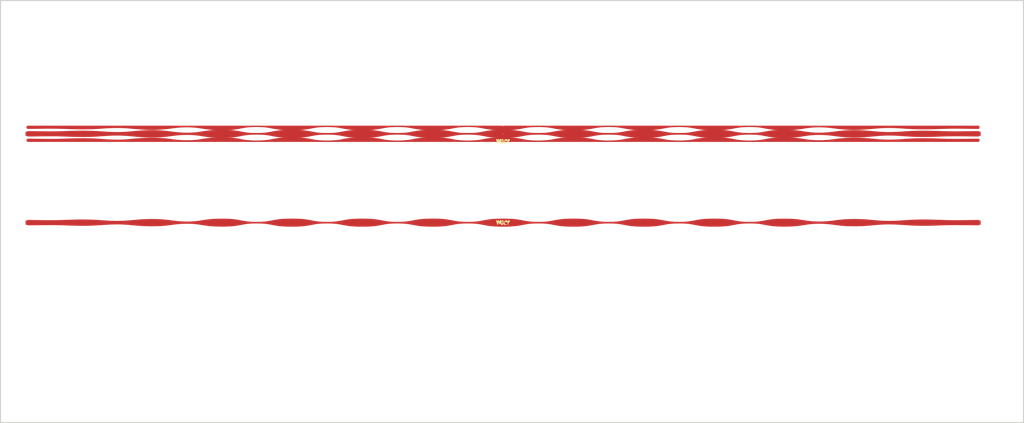
<source format=kicad_pcb>
(kicad_pcb (version 3) (host pcbnew "(2012-12-14 BZR 3847)-testing")

  (general
    (links 0)
    (no_connects 0)
    (area 59.537599 81.127599 351.942401 202.082401)
    (thickness 1.6)
    (drawings 7)
    (tracks 0)
    (zones 0)
    (modules 4)
    (nets 1)
  )

  (page A3)
  (layers
    (15 Dessus.Cu signal)
    (0 Dessous.Cu signal)
    (16 Dessous.Adhes user)
    (17 Dessus.Adhes user)
    (18 Dessous.Pate user)
    (19 Dessus.Pate user)
    (20 Dessous.SilkS user)
    (21 Dessus.SilkS user)
    (22 Dessous.Masque user)
    (23 Dessus.Masque user)
    (24 Dessin.User user)
    (25 Cmts.User user)
    (26 Eco1.User user)
    (27 Eco2.User user)
    (28 Contours.Ci user)
  )

  (setup
    (last_trace_width 0.254)
    (trace_clearance 0.254)
    (zone_clearance 0.381)
    (zone_45_only no)
    (trace_min 0.254)
    (segment_width 0.3048)
    (edge_width 0.3048)
    (via_size 0.889)
    (via_drill 0.635)
    (via_min_size 0.889)
    (via_min_drill 0.508)
    (uvia_size 0.508)
    (uvia_drill 0.127)
    (uvias_allowed no)
    (uvia_min_size 0.508)
    (uvia_min_drill 0.127)
    (pcb_text_width 0.2032)
    (pcb_text_size 1.524 1.524)
    (mod_edge_width 0.3048)
    (mod_text_size 1.27 1.27)
    (mod_text_width 0.2032)
    (pad_size 1.397 1.397)
    (pad_drill 0.8128)
    (pad_to_mask_clearance 0.2)
    (aux_axis_origin 0 0)
    (visible_elements 7FFFFFFF)
    (pcbplotparams
      (layerselection 3178497)
      (usegerberextensions true)
      (excludeedgelayer true)
      (linewidth 60)
      (plotframeref false)
      (viasonmask false)
      (mode 1)
      (useauxorigin false)
      (hpglpennumber 1)
      (hpglpenspeed 20)
      (hpglpendiameter 15)
      (hpglpenoverlay 2)
      (psnegative false)
      (psa4output false)
      (plotreference true)
      (plotvalue true)
      (plotothertext true)
      (plotinvisibletext false)
      (padsonsilk false)
      (subtractmaskfromsilk false)
      (outputformat 1)
      (mirror false)
      (drillshape 1)
      (scaleselection 1)
      (outputdirectory ""))
  )

  (net 0 "")

  (net_class Default "Ceci est la Netclass par défaut"
    (clearance 0.254)
    (trace_width 0.254)
    (via_dia 0.889)
    (via_drill 0.635)
    (uvia_dia 0.508)
    (uvia_drill 0.127)
    (add_net "")
  )

  (module POLY (layer Dessus.Cu) (tedit 50CD8348) (tstamp 0)
    (at 203.2 144.78)
    (fp_text reference POLY (at 0 0.0762) (layer Dessus.SilkS)
      (effects (font (size 1 1) (thickness 0.2032)))
    )
    (fp_text value VAL** (at 0 -0.0762) (layer Dessus.SilkS)
      (effects (font (size 1 1) (thickness 0.2032)))
    )
    (fp_poly (pts (xy -135.7503 0) (xy -135.7503 -0.61214) (xy -135.24738 -0.61214) (xy -134.74446 -0.6096)
      (xy -134.24154 -0.60452) (xy -133.73862 -0.59944) (xy -133.2357 -0.59436) (xy -132.73278 -0.58674)
      (xy -132.22986 -0.58166) (xy -131.72694 -0.57404) (xy -131.22402 -0.56642) (xy -130.72364 -0.56134)
      (xy -130.22072 -0.55626) (xy -129.7178 -0.55372) (xy -129.21488 -0.55372) (xy -128.71196 -0.55372)
      (xy -128.20904 -0.5588) (xy -127.70612 -0.56388) (xy -127.2032 -0.57404) (xy -126.70028 -0.5842)
      (xy -126.19736 -0.5969) (xy -125.69444 -0.61214) (xy -125.19152 -0.62738) (xy -124.6886 -0.64516)
      (xy -124.18568 -0.66294) (xy -123.68276 -0.68072) (xy -123.17984 -0.69596) (xy -122.67692 -0.7112)
      (xy -122.174 -0.72644) (xy -121.67362 -0.7366) (xy -121.1707 -0.74422) (xy -120.66778 -0.75184)
      (xy -120.16486 -0.75438) (xy -119.66194 -0.75184) (xy -119.15902 -0.7493) (xy -118.6561 -0.73914)
      (xy -118.15318 -0.72898) (xy -117.65026 -0.7112) (xy -117.14734 -0.69342) (xy -116.64442 -0.66802)
      (xy -116.1415 -0.64262) (xy -115.63858 -0.61214) (xy -115.13566 -0.57912) (xy -114.63274 -0.5461)
      (xy -114.12982 -0.51054) (xy -113.6269 -0.47752) (xy -113.12398 -0.44704) (xy -112.6236 -0.41656)
      (xy -112.12068 -0.3937) (xy -111.61776 -0.37338) (xy -111.11484 -0.36068) (xy -110.61192 -0.35052)
      (xy -110.109 -0.35052) (xy -109.60608 -0.35306) (xy -109.10316 -0.36576) (xy -108.60024 -0.38354)
      (xy -108.09732 -0.40894) (xy -107.5944 -0.43942) (xy -107.09148 -0.47752) (xy -106.58856 -0.5207)
      (xy -106.08564 -0.56642) (xy -105.58272 -0.61214) (xy -105.0798 -0.65786) (xy -104.57688 -0.70358)
      (xy -104.07396 -0.74422) (xy -103.57358 -0.78232) (xy -103.07066 -0.8128) (xy -102.56774 -0.84074)
      (xy -102.06482 -0.86106) (xy -101.5619 -0.8763) (xy -101.05898 -0.889) (xy -100.55606 -0.89408)
      (xy -100.05314 -0.89408) (xy -99.55022 -0.889) (xy -99.0473 -0.87884) (xy -98.54438 -0.86106)
      (xy -98.04146 -0.8382) (xy -97.53854 -0.81026) (xy -97.03562 -0.77216) (xy -96.5327 -0.72644)
      (xy -96.02978 -0.6731) (xy -95.52686 -0.61214) (xy -95.02394 -0.54864) (xy -94.52356 -0.48006)
      (xy -94.02064 -0.41656) (xy -93.51772 -0.3556) (xy -93.0148 -0.29972) (xy -92.51188 -0.25654)
      (xy -92.00896 -0.22098) (xy -91.50604 -0.19558) (xy -91.00312 -0.18034) (xy -90.5002 -0.17272)
      (xy -89.99728 -0.17272) (xy -89.49436 -0.18034) (xy -88.99144 -0.19812) (xy -88.48852 -0.2286)
      (xy -87.9856 -0.2667) (xy -87.48268 -0.32004) (xy -86.97976 -0.381) (xy -86.47684 -0.45466)
      (xy -85.97392 -0.5334) (xy -85.47354 -0.61214) (xy -84.97062 -0.68834) (xy -84.4677 -0.75692)
      (xy -83.96478 -0.81788) (xy -83.46186 -0.86614) (xy -82.95894 -0.90678) (xy -82.45602 -0.93472)
      (xy -81.9531 -0.95758) (xy -81.45018 -0.97282) (xy -80.94726 -0.98044) (xy -80.44434 -0.98552)
      (xy -79.94142 -0.98552) (xy -79.4385 -0.98044) (xy -78.93558 -0.96774) (xy -78.43266 -0.94996)
      (xy -77.92974 -0.92456) (xy -77.42682 -0.889) (xy -76.9239 -0.84074) (xy -76.42352 -0.77724)
      (xy -75.9206 -0.70104) (xy -75.41768 -0.61214) (xy -74.91476 -0.51562) (xy -74.41184 -0.4191)
      (xy -73.90892 -0.32766) (xy -73.406 -0.25146) (xy -72.90308 -0.1905) (xy -72.40016 -0.14732)
      (xy -71.89724 -0.1143) (xy -71.39432 -0.09398) (xy -70.8914 -0.08128) (xy -70.38848 -0.0762)
      (xy -69.88556 -0.08128) (xy -69.38264 -0.09398) (xy -68.87972 -0.1143) (xy -68.3768 -0.14732)
      (xy -67.87388 -0.1905) (xy -67.3735 -0.25146) (xy -66.87058 -0.32766) (xy -66.36766 -0.4191)
      (xy -65.86474 -0.51562) (xy -65.36182 -0.61214) (xy -64.8589 -0.70104) (xy -64.35598 -0.77978)
      (xy -63.85306 -0.84328) (xy -63.35014 -0.89408) (xy -62.84722 -0.93218) (xy -62.3443 -0.96012)
      (xy -61.84138 -0.98044) (xy -61.33846 -0.99314) (xy -60.83554 -0.99822) (xy -60.33262 -1.00076)
      (xy -59.8297 -0.99822) (xy -59.32678 -0.99314) (xy -58.82386 -0.98044) (xy -58.32348 -0.96012)
      (xy -57.82056 -0.93218) (xy -57.31764 -0.89408) (xy -56.81472 -0.84328) (xy -56.3118 -0.77978)
      (xy -55.80888 -0.70104) (xy -55.30596 -0.61214) (xy -54.80304 -0.51562) (xy -54.30012 -0.4191)
      (xy -53.7972 -0.32766) (xy -53.29428 -0.25146) (xy -52.79136 -0.1905) (xy -52.28844 -0.14732)
      (xy -51.78552 -0.1143) (xy -51.2826 -0.09398) (xy -50.77968 -0.08128) (xy -50.27676 -0.0762)
      (xy -49.77384 -0.08128) (xy -49.27346 -0.09398) (xy -48.77054 -0.1143) (xy -48.26762 -0.14732)
      (xy -47.7647 -0.1905) (xy -47.26178 -0.25146) (xy -46.75886 -0.32766) (xy -46.25594 -0.4191)
      (xy -45.75302 -0.51562) (xy -45.2501 -0.61214) (xy -44.74718 -0.70104) (xy -44.24426 -0.77978)
      (xy -43.74134 -0.84328) (xy -43.23842 -0.89408) (xy -42.7355 -0.93218) (xy -42.23258 -0.96012)
      (xy -41.72966 -0.98044) (xy -41.22674 -0.99314) (xy -40.72382 -0.99822) (xy -40.22344 -1.00076)
      (xy -39.72052 -0.99822) (xy -39.2176 -0.99314) (xy -38.71468 -0.98044) (xy -38.21176 -0.96012)
      (xy -37.70884 -0.93218) (xy -37.20592 -0.89408) (xy -36.703 -0.84328) (xy -36.20008 -0.77978)
      (xy -35.69716 -0.70104) (xy -35.19424 -0.61214) (xy -34.69132 -0.51562) (xy -34.1884 -0.4191)
      (xy -33.68548 -0.32766) (xy -33.18256 -0.25146) (xy -32.67964 -0.1905) (xy -32.17672 -0.14732)
      (xy -31.6738 -0.1143) (xy -31.17088 -0.09398) (xy -30.6705 -0.08128) (xy -30.16758 -0.0762)
      (xy -29.66466 -0.08128) (xy -29.16174 -0.09398) (xy -28.65882 -0.1143) (xy -28.1559 -0.14732)
      (xy -27.65298 -0.1905) (xy -27.15006 -0.25146) (xy -26.64714 -0.32766) (xy -26.14422 -0.4191)
      (xy -25.6413 -0.51562) (xy -25.13838 -0.61214) (xy -24.63546 -0.70104) (xy -24.13254 -0.77978)
      (xy -23.62962 -0.84328) (xy -23.1267 -0.89408) (xy -22.62378 -0.93218) (xy -22.12086 -0.96012)
      (xy -21.62048 -0.98044) (xy -21.11756 -0.99314) (xy -20.61464 -0.99822) (xy -20.11172 -1.00076)
      (xy -19.6088 -0.99822) (xy -19.10588 -0.99314) (xy -18.60296 -0.98044) (xy -18.10004 -0.96012)
      (xy -17.59712 -0.93218) (xy -17.0942 -0.89408) (xy -16.59128 -0.84328) (xy -16.08836 -0.77978)
      (xy -15.58544 -0.70104) (xy -15.08252 -0.61214) (xy -14.5796 -0.51562) (xy -14.07668 -0.4191)
      (xy -13.57376 -0.32766) (xy -13.07084 -0.25146) (xy -12.57046 -0.1905) (xy -12.06754 -0.14732)
      (xy -11.56462 -0.1143) (xy -11.0617 -0.09398) (xy -10.55878 -0.08128) (xy -10.05586 -0.0762)
      (xy -9.55294 -0.08128) (xy -9.05002 -0.09398) (xy -8.5471 -0.1143) (xy -8.04418 -0.14732)
      (xy -7.54126 -0.1905) (xy -7.03834 -0.25146) (xy -6.53542 -0.32766) (xy -6.0325 -0.4191)
      (xy -5.52958 -0.51562) (xy -5.02666 -0.61214) (xy -4.52374 -0.70104) (xy -4.02082 -0.77978)
      (xy -3.52044 -0.84328) (xy -3.01752 -0.89408) (xy -2.5146 -0.93218) (xy -2.01168 -0.96012)
      (xy -1.50876 -0.98044) (xy -1.00584 -0.99314) (xy -0.50292 -0.99822) (xy 0 -1.00076)
      (xy 0.50292 -0.99822) (xy 1.00584 -0.99314) (xy 1.50876 -0.98044) (xy 2.01168 -0.96012)
      (xy 2.5146 -0.93218) (xy 3.01752 -0.89408) (xy 3.52044 -0.84328) (xy 4.02336 -0.77978)
      (xy 4.52628 -0.70104) (xy 5.0292 -0.61214) (xy 5.52958 -0.51562) (xy 6.0325 -0.4191)
      (xy 6.53542 -0.32766) (xy 7.03834 -0.25146) (xy 7.54126 -0.1905) (xy 8.04418 -0.14732)
      (xy 8.5471 -0.1143) (xy 9.05002 -0.09398) (xy 9.55294 -0.08128) (xy 10.05586 -0.0762)
      (xy 10.55878 -0.08128) (xy 11.0617 -0.09398) (xy 11.56462 -0.1143) (xy 12.06754 -0.14732)
      (xy 12.57046 -0.1905) (xy 13.07338 -0.25146) (xy 13.5763 -0.32766) (xy 14.07922 -0.4191)
      (xy 14.5796 -0.51562) (xy 15.08252 -0.61214) (xy 15.58544 -0.70104) (xy 16.08836 -0.77978)
      (xy 16.59128 -0.84328) (xy 17.0942 -0.89408) (xy 17.59712 -0.93218) (xy 18.10004 -0.96012)
      (xy 18.60296 -0.98044) (xy 19.10588 -0.99314) (xy 19.6088 -0.99822) (xy 20.11172 -1.00076)
      (xy 20.61464 -0.99822) (xy 21.11756 -0.99314) (xy 21.62048 -0.98044) (xy 22.1234 -0.96012)
      (xy 22.62632 -0.93218) (xy 23.12924 -0.89408) (xy 23.62962 -0.84328) (xy 24.13254 -0.77978)
      (xy 24.63546 -0.70104) (xy 25.13838 -0.61214) (xy 25.6413 -0.51562) (xy 26.14422 -0.4191)
      (xy 26.64714 -0.32766) (xy 27.15006 -0.25146) (xy 27.65298 -0.1905) (xy 28.1559 -0.14732)
      (xy 28.65882 -0.1143) (xy 29.16174 -0.09398) (xy 29.66466 -0.08128) (xy 30.16758 -0.0762)
      (xy 30.6705 -0.08128) (xy 31.17342 -0.09398) (xy 31.67634 -0.1143) (xy 32.17926 -0.14732)
      (xy 32.67964 -0.1905) (xy 33.18256 -0.25146) (xy 33.68548 -0.32766) (xy 34.1884 -0.4191)
      (xy 34.69132 -0.51562) (xy 35.19424 -0.61214) (xy 35.69716 -0.70104) (xy 36.20008 -0.77978)
      (xy 36.703 -0.84328) (xy 37.20592 -0.89408) (xy 37.70884 -0.93218) (xy 38.21176 -0.96012)
      (xy 38.71468 -0.98044) (xy 39.2176 -0.99314) (xy 39.72052 -0.99822) (xy 40.22344 -1.00076)
      (xy 40.72636 -0.99822) (xy 41.22928 -0.99314) (xy 41.72966 -0.98044) (xy 42.23258 -0.96012)
      (xy 42.7355 -0.93218) (xy 43.23842 -0.89408) (xy 43.74134 -0.84328) (xy 44.24426 -0.77978)
      (xy 44.74718 -0.70104) (xy 45.2501 -0.61214) (xy 45.75302 -0.51562) (xy 46.25594 -0.4191)
      (xy 46.75886 -0.32766) (xy 47.26178 -0.25146) (xy 47.7647 -0.1905) (xy 48.26762 -0.14732)
      (xy 48.77054 -0.1143) (xy 49.27346 -0.09398) (xy 49.77638 -0.08128) (xy 50.2793 -0.0762)
      (xy 50.77968 -0.08128) (xy 51.2826 -0.09398) (xy 51.78552 -0.1143) (xy 52.28844 -0.14732)
      (xy 52.79136 -0.1905) (xy 53.29428 -0.25146) (xy 53.7972 -0.32766) (xy 54.30012 -0.4191)
      (xy 54.80304 -0.51562) (xy 55.30596 -0.61214) (xy 55.80888 -0.70104) (xy 56.3118 -0.77978)
      (xy 56.81472 -0.84328) (xy 57.31764 -0.89408) (xy 57.82056 -0.93218) (xy 58.32348 -0.96012)
      (xy 58.8264 -0.98044) (xy 59.32932 -0.99314) (xy 59.83224 -0.99822) (xy 60.33262 -1.00076)
      (xy 60.83554 -0.99822) (xy 61.33846 -0.99314) (xy 61.84138 -0.98044) (xy 62.3443 -0.96012)
      (xy 62.84722 -0.93218) (xy 63.35014 -0.89408) (xy 63.85306 -0.84328) (xy 64.35598 -0.77978)
      (xy 64.8589 -0.70104) (xy 65.36182 -0.61214) (xy 65.86474 -0.51562) (xy 66.36766 -0.4191)
      (xy 66.87058 -0.32766) (xy 67.3735 -0.25146) (xy 67.87642 -0.1905) (xy 68.37934 -0.14732)
      (xy 68.88226 -0.1143) (xy 69.38264 -0.09398) (xy 69.88556 -0.08128) (xy 70.38848 -0.0762)
      (xy 70.8914 -0.08128) (xy 71.39432 -0.09398) (xy 71.89724 -0.1143) (xy 72.40016 -0.14732)
      (xy 72.90308 -0.1905) (xy 73.406 -0.25146) (xy 73.90892 -0.32766) (xy 74.41184 -0.4191)
      (xy 74.91476 -0.51562) (xy 75.41768 -0.61214) (xy 75.9206 -0.70104) (xy 76.42352 -0.77724)
      (xy 76.92644 -0.84074) (xy 77.42936 -0.889) (xy 77.93228 -0.92456) (xy 78.43266 -0.94996)
      (xy 78.93558 -0.96774) (xy 79.4385 -0.98044) (xy 79.94142 -0.98552) (xy 80.44434 -0.98552)
      (xy 80.94726 -0.98044) (xy 81.45018 -0.97282) (xy 81.9531 -0.95758) (xy 82.45602 -0.93472)
      (xy 82.95894 -0.90678) (xy 83.46186 -0.86614) (xy 83.96478 -0.81788) (xy 84.4677 -0.75692)
      (xy 84.97062 -0.68834) (xy 85.47354 -0.61214) (xy 85.97646 -0.5334) (xy 86.47938 -0.45466)
      (xy 86.9823 -0.381) (xy 87.48268 -0.32004) (xy 87.9856 -0.2667) (xy 88.48852 -0.2286)
      (xy 88.99144 -0.19812) (xy 89.49436 -0.18034) (xy 89.99728 -0.17272) (xy 90.5002 -0.17272)
      (xy 91.00312 -0.18034) (xy 91.50604 -0.19558) (xy 92.00896 -0.22098) (xy 92.51188 -0.25654)
      (xy 93.0148 -0.29972) (xy 93.51772 -0.3556) (xy 94.02064 -0.41656) (xy 94.52356 -0.48006)
      (xy 95.02648 -0.54864) (xy 95.5294 -0.61214) (xy 96.03232 -0.6731) (xy 96.5327 -0.72644)
      (xy 97.03562 -0.77216) (xy 97.53854 -0.81026) (xy 98.04146 -0.8382) (xy 98.54438 -0.86106)
      (xy 99.0473 -0.87884) (xy 99.55022 -0.889) (xy 100.05314 -0.89408) (xy 100.55606 -0.89408)
      (xy 101.05898 -0.889) (xy 101.5619 -0.8763) (xy 102.06482 -0.86106) (xy 102.56774 -0.84074)
      (xy 103.07066 -0.8128) (xy 103.57358 -0.78232) (xy 104.0765 -0.74422) (xy 104.57942 -0.70358)
      (xy 105.08234 -0.65786) (xy 105.58272 -0.61214) (xy 106.08564 -0.56642) (xy 106.58856 -0.5207)
      (xy 107.09148 -0.47752) (xy 107.5944 -0.43942) (xy 108.09732 -0.40894) (xy 108.60024 -0.38354)
      (xy 109.10316 -0.36576) (xy 109.60608 -0.35306) (xy 110.109 -0.35052) (xy 110.61192 -0.35052)
      (xy 111.11484 -0.36068) (xy 111.61776 -0.37338) (xy 112.12068 -0.3937) (xy 112.6236 -0.41656)
      (xy 113.12652 -0.44704) (xy 113.62944 -0.47752) (xy 114.13236 -0.51054) (xy 114.63274 -0.5461)
      (xy 115.13566 -0.57912) (xy 115.63858 -0.61214) (xy 116.1415 -0.64262) (xy 116.64442 -0.66802)
      (xy 117.14734 -0.69342) (xy 117.65026 -0.7112) (xy 118.15318 -0.72898) (xy 118.6561 -0.73914)
      (xy 119.15902 -0.7493) (xy 119.66194 -0.75184) (xy 120.16486 -0.75438) (xy 120.66778 -0.75184)
      (xy 121.1707 -0.74422) (xy 121.67362 -0.7366) (xy 122.17654 -0.72644) (xy 122.67946 -0.7112)
      (xy 123.18238 -0.69596) (xy 123.68276 -0.68072) (xy 124.18568 -0.66294) (xy 124.6886 -0.64516)
      (xy 125.19152 -0.62738) (xy 125.69444 -0.61214) (xy 126.19736 -0.5969) (xy 126.70028 -0.5842)
      (xy 127.2032 -0.57404) (xy 127.70612 -0.56388) (xy 128.20904 -0.5588) (xy 128.71196 -0.55372)
      (xy 129.21488 -0.55372) (xy 129.7178 -0.55372) (xy 130.22072 -0.55626) (xy 130.72364 -0.56134)
      (xy 131.22656 -0.56642) (xy 131.72948 -0.57404) (xy 132.2324 -0.58166) (xy 132.73278 -0.58674)
      (xy 133.2357 -0.59436) (xy 133.73862 -0.59944) (xy 134.24154 -0.60452) (xy 134.74446 -0.6096)
      (xy 135.24738 -0.61214) (xy 135.7503 -0.61214) (xy 135.7503 0.61214) (xy 135.24738 0.61214)
      (xy 134.74446 0.6096) (xy 134.24154 0.60452) (xy 133.73862 0.59944) (xy 133.2357 0.59436)
      (xy 132.73278 0.58674) (xy 132.2324 0.58166) (xy 131.72948 0.57404) (xy 131.22656 0.56642)
      (xy 130.72364 0.56134) (xy 130.22072 0.55626) (xy 129.7178 0.55372) (xy 129.21488 0.55372)
      (xy 128.71196 0.55372) (xy 128.20904 0.5588) (xy 127.70612 0.56388) (xy 127.2032 0.57404)
      (xy 126.70028 0.5842) (xy 126.19736 0.5969) (xy 125.69444 0.61214) (xy 125.19152 0.62738)
      (xy 124.6886 0.64516) (xy 124.18568 0.66294) (xy 123.68276 0.68072) (xy 123.18238 0.69596)
      (xy 122.67946 0.7112) (xy 122.17654 0.72644) (xy 121.67362 0.7366) (xy 121.1707 0.74422)
      (xy 120.66778 0.75184) (xy 120.16486 0.75438) (xy 119.66194 0.75184) (xy 119.15902 0.7493)
      (xy 118.6561 0.73914) (xy 118.15318 0.72898) (xy 117.65026 0.7112) (xy 117.14734 0.69342)
      (xy 116.64442 0.66802) (xy 116.1415 0.64262) (xy 115.63858 0.61214) (xy 115.13566 0.57912)
      (xy 114.63274 0.5461) (xy 114.13236 0.51054) (xy 113.62944 0.47752) (xy 113.12652 0.44704)
      (xy 112.6236 0.41656) (xy 112.12068 0.3937) (xy 111.61776 0.37338) (xy 111.11484 0.36068)
      (xy 110.61192 0.35052) (xy 110.109 0.35052) (xy 109.60608 0.35306) (xy 109.10316 0.36576)
      (xy 108.60024 0.38354) (xy 108.09732 0.40894) (xy 107.5944 0.43942) (xy 107.09148 0.47752)
      (xy 106.58856 0.5207) (xy 106.08564 0.56642) (xy 105.58272 0.61214) (xy 105.08234 0.65786)
      (xy 104.57942 0.70358) (xy 104.0765 0.74422) (xy 103.57358 0.78232) (xy 103.07066 0.8128)
      (xy 102.56774 0.84074) (xy 102.06482 0.86106) (xy 101.5619 0.8763) (xy 101.05898 0.889)
      (xy 100.55606 0.89408) (xy 100.05314 0.89408) (xy 99.55022 0.889) (xy 99.0473 0.87884)
      (xy 98.54438 0.86106) (xy 98.04146 0.8382) (xy 97.53854 0.81026) (xy 97.03562 0.77216)
      (xy 96.5327 0.72644) (xy 96.03232 0.6731) (xy 95.5294 0.61214) (xy 95.02648 0.54864)
      (xy 94.52356 0.48006) (xy 94.02064 0.41656) (xy 93.51772 0.3556) (xy 93.0148 0.29972)
      (xy 92.51188 0.25654) (xy 92.00896 0.22098) (xy 91.50604 0.19558) (xy 91.00312 0.18034)
      (xy 90.5002 0.17272) (xy 89.99728 0.17272) (xy 89.49436 0.18034) (xy 88.99144 0.19812)
      (xy 88.48852 0.2286) (xy 87.9856 0.2667) (xy 87.48268 0.32004) (xy 86.9823 0.381)
      (xy 86.47938 0.45466) (xy 85.97646 0.5334) (xy 85.47354 0.61214) (xy 84.97062 0.68834)
      (xy 84.4677 0.75692) (xy 83.96478 0.81788) (xy 83.46186 0.86614) (xy 82.95894 0.90678)
      (xy 82.45602 0.93472) (xy 81.9531 0.95758) (xy 81.45018 0.97282) (xy 80.94726 0.98044)
      (xy 80.44434 0.98552) (xy 79.94142 0.98552) (xy 79.4385 0.98044) (xy 78.93558 0.96774)
      (xy 78.43266 0.94996) (xy 77.93228 0.92456) (xy 77.42936 0.889) (xy 76.92644 0.84074)
      (xy 76.42352 0.77724) (xy 75.9206 0.70104) (xy 75.41768 0.61214) (xy 74.91476 0.51562)
      (xy 74.41184 0.4191) (xy 73.90892 0.32766) (xy 73.406 0.25146) (xy 72.90308 0.1905)
      (xy 72.40016 0.14732) (xy 71.89724 0.1143) (xy 71.39432 0.09398) (xy 70.8914 0.08128)
      (xy 70.38848 0.0762) (xy 69.88556 0.08128) (xy 69.38264 0.09398) (xy 68.88226 0.1143)
      (xy 68.37934 0.14732) (xy 67.87642 0.1905) (xy 67.3735 0.25146) (xy 66.87058 0.32766)
      (xy 66.36766 0.4191) (xy 65.86474 0.51562) (xy 65.36182 0.61214) (xy 64.8589 0.70104)
      (xy 64.35598 0.77978) (xy 63.85306 0.84328) (xy 63.35014 0.89408) (xy 62.84722 0.93218)
      (xy 62.3443 0.96012) (xy 61.84138 0.98044) (xy 61.33846 0.99314) (xy 60.83554 0.99822)
      (xy 60.33262 1.00076) (xy 59.83224 0.99822) (xy 59.32932 0.99314) (xy 58.8264 0.98044)
      (xy 58.32348 0.96012) (xy 57.82056 0.93218) (xy 57.31764 0.89408) (xy 56.81472 0.84328)
      (xy 56.3118 0.77978) (xy 55.80888 0.70104) (xy 55.30596 0.61214) (xy 54.80304 0.51562)
      (xy 54.30012 0.4191) (xy 53.7972 0.32766) (xy 53.29428 0.25146) (xy 52.79136 0.1905)
      (xy 52.28844 0.14732) (xy 51.78552 0.1143) (xy 51.2826 0.09398) (xy 50.77968 0.08128)
      (xy 50.2793 0.0762) (xy 49.77638 0.08128) (xy 49.27346 0.09398) (xy 48.77054 0.1143)
      (xy 48.26762 0.14732) (xy 47.7647 0.1905) (xy 47.26178 0.25146) (xy 46.75886 0.32766)
      (xy 46.25594 0.4191) (xy 45.75302 0.51562) (xy 45.2501 0.61214) (xy 44.74718 0.70104)
      (xy 44.24426 0.77978) (xy 43.74134 0.84328) (xy 43.23842 0.89408) (xy 42.7355 0.93218)
      (xy 42.23258 0.96012) (xy 41.72966 0.98044) (xy 41.22928 0.99314) (xy 40.72636 0.99822)
      (xy 40.22344 1.00076) (xy 39.72052 0.99822) (xy 39.2176 0.99314) (xy 38.71468 0.98044)
      (xy 38.21176 0.96012) (xy 37.70884 0.93218) (xy 37.20592 0.89408) (xy 36.703 0.84328)
      (xy 36.20008 0.77978) (xy 35.69716 0.70104) (xy 35.19424 0.61214) (xy 34.69132 0.51562)
      (xy 34.1884 0.4191) (xy 33.68548 0.32766) (xy 33.18256 0.25146) (xy 32.67964 0.1905)
      (xy 32.17926 0.14732) (xy 31.67634 0.1143) (xy 31.17342 0.09398) (xy 30.6705 0.08128)
      (xy 30.16758 0.0762) (xy 29.66466 0.08128) (xy 29.16174 0.09398) (xy 28.65882 0.1143)
      (xy 28.1559 0.14732) (xy 27.65298 0.1905) (xy 27.15006 0.25146) (xy 26.64714 0.32766)
      (xy 26.14422 0.4191) (xy 25.6413 0.51562) (xy 25.13838 0.61214) (xy 24.63546 0.70104)
      (xy 24.13254 0.77978) (xy 23.62962 0.84328) (xy 23.12924 0.89408) (xy 22.62632 0.93218)
      (xy 22.1234 0.96012) (xy 21.62048 0.98044) (xy 21.11756 0.99314) (xy 20.61464 0.99822)
      (xy 20.11172 1.00076) (xy 19.6088 0.99822) (xy 19.10588 0.99314) (xy 18.60296 0.98044)
      (xy 18.10004 0.96012) (xy 17.59712 0.93218) (xy 17.0942 0.89408) (xy 16.59128 0.84328)
      (xy 16.08836 0.77978) (xy 15.58544 0.70104) (xy 15.08252 0.61214) (xy 14.5796 0.51562)
      (xy 14.07922 0.4191) (xy 13.5763 0.32766) (xy 13.07338 0.25146) (xy 12.57046 0.1905)
      (xy 12.06754 0.14732) (xy 11.56462 0.1143) (xy 11.0617 0.09398) (xy 10.55878 0.08128)
      (xy 10.05586 0.0762) (xy 9.55294 0.08128) (xy 9.05002 0.09398) (xy 8.5471 0.1143)
      (xy 8.04418 0.14732) (xy 7.54126 0.1905) (xy 7.03834 0.25146) (xy 6.53542 0.32766)
      (xy 6.0325 0.4191) (xy 5.52958 0.51562) (xy 5.0292 0.61214) (xy 4.52628 0.70104)
      (xy 4.02336 0.77978) (xy 3.52044 0.84328) (xy 3.01752 0.89408) (xy 2.5146 0.93218)
      (xy 2.01168 0.96012) (xy 1.50876 0.98044) (xy 1.00584 0.99314) (xy 0.50292 0.99822)
      (xy 0 1.00076) (xy -0.50292 0.99822) (xy -1.00584 0.99314) (xy -1.50876 0.98044)
      (xy -2.01168 0.96012) (xy -2.5146 0.93218) (xy -3.01752 0.89408) (xy -3.52044 0.84328)
      (xy -4.02082 0.77978) (xy -4.52374 0.70104) (xy -5.02666 0.61214) (xy -5.52958 0.51562)
      (xy -6.0325 0.4191) (xy -6.53542 0.32766) (xy -7.03834 0.25146) (xy -7.54126 0.1905)
      (xy -8.04418 0.14732) (xy -8.5471 0.1143) (xy -9.05002 0.09398) (xy -9.55294 0.08128)
      (xy -10.05586 0.0762) (xy -10.55878 0.08128) (xy -11.0617 0.09398) (xy -11.56462 0.1143)
      (xy -12.06754 0.14732) (xy -12.57046 0.1905) (xy -13.07084 0.25146) (xy -13.57376 0.32766)
      (xy -14.07668 0.4191) (xy -14.5796 0.51562) (xy -15.08252 0.61214) (xy -15.58544 0.70104)
      (xy -16.08836 0.77978) (xy -16.59128 0.84328) (xy -17.0942 0.89408) (xy -17.59712 0.93218)
      (xy -18.10004 0.96012) (xy -18.60296 0.98044) (xy -19.10588 0.99314) (xy -19.6088 0.99822)
      (xy -20.11172 1.00076) (xy -20.61464 0.99822) (xy -21.11756 0.99314) (xy -21.62048 0.98044)
      (xy -22.12086 0.96012) (xy -22.62378 0.93218) (xy -23.1267 0.89408) (xy -23.62962 0.84328)
      (xy -24.13254 0.77978) (xy -24.63546 0.70104) (xy -25.13838 0.61214) (xy -25.6413 0.51562)
      (xy -26.14422 0.4191) (xy -26.64714 0.32766) (xy -27.15006 0.25146) (xy -27.65298 0.1905)
      (xy -28.1559 0.14732) (xy -28.65882 0.1143) (xy -29.16174 0.09398) (xy -29.66466 0.08128)
      (xy -30.16758 0.0762) (xy -30.6705 0.08128) (xy -31.17088 0.09398) (xy -31.6738 0.1143)
      (xy -32.17672 0.14732) (xy -32.67964 0.1905) (xy -33.18256 0.25146) (xy -33.68548 0.32766)
      (xy -34.1884 0.4191) (xy -34.69132 0.51562) (xy -35.19424 0.61214) (xy -35.69716 0.70104)
      (xy -36.20008 0.77978) (xy -36.703 0.84328) (xy -37.20592 0.89408) (xy -37.70884 0.93218)
      (xy -38.21176 0.96012) (xy -38.71468 0.98044) (xy -39.2176 0.99314) (xy -39.72052 0.99822)
      (xy -40.22344 1.00076) (xy -40.72382 0.99822) (xy -41.22674 0.99314) (xy -41.72966 0.98044)
      (xy -42.23258 0.96012) (xy -42.7355 0.93218) (xy -43.23842 0.89408) (xy -43.74134 0.84328)
      (xy -44.24426 0.77978) (xy -44.74718 0.70104) (xy -45.2501 0.61214) (xy -45.75302 0.51562)
      (xy -46.25594 0.4191) (xy -46.75886 0.32766) (xy -47.26178 0.25146) (xy -47.7647 0.1905)
      (xy -48.26762 0.14732) (xy -48.77054 0.1143) (xy -49.27346 0.09398) (xy -49.77384 0.08128)
      (xy -50.27676 0.0762) (xy -50.77968 0.08128) (xy -51.2826 0.09398) (xy -51.78552 0.1143)
      (xy -52.28844 0.14732) (xy -52.79136 0.1905) (xy -53.29428 0.25146) (xy -53.7972 0.32766)
      (xy -54.30012 0.4191) (xy -54.80304 0.51562) (xy -55.30596 0.61214) (xy -55.80888 0.70104)
      (xy -56.3118 0.77978) (xy -56.81472 0.84328) (xy -57.31764 0.89408) (xy -57.82056 0.93218)
      (xy -58.32348 0.96012) (xy -58.82386 0.98044) (xy -59.32678 0.99314) (xy -59.8297 0.99822)
      (xy -60.33262 1.00076) (xy -60.83554 0.99822) (xy -61.33846 0.99314) (xy -61.84138 0.98044)
      (xy -62.3443 0.96012) (xy -62.84722 0.93218) (xy -63.35014 0.89408) (xy -63.85306 0.84328)
      (xy -64.35598 0.77978) (xy -64.8589 0.70104) (xy -65.36182 0.61214) (xy -65.86474 0.51562)
      (xy -66.36766 0.4191) (xy -66.87058 0.32766) (xy -67.3735 0.25146) (xy -67.87388 0.1905)
      (xy -68.3768 0.14732) (xy -68.87972 0.1143) (xy -69.38264 0.09398) (xy -69.88556 0.08128)
      (xy -70.38848 0.0762) (xy -70.8914 0.08128) (xy -71.39432 0.09398) (xy -71.89724 0.1143)
      (xy -72.40016 0.14732) (xy -72.90308 0.1905) (xy -73.406 0.25146) (xy -73.90892 0.32766)
      (xy -74.41184 0.4191) (xy -74.91476 0.51562) (xy -75.41768 0.61214) (xy -75.9206 0.70104)
      (xy -76.42352 0.77724) (xy -76.9239 0.84074) (xy -77.42682 0.889) (xy -77.92974 0.92456)
      (xy -78.43266 0.94996) (xy -78.93558 0.96774) (xy -79.4385 0.98044) (xy -79.94142 0.98552)
      (xy -80.44434 0.98552) (xy -80.94726 0.98044) (xy -81.45018 0.97282) (xy -81.9531 0.95758)
      (xy -82.45602 0.93472) (xy -82.95894 0.90678) (xy -83.46186 0.86614) (xy -83.96478 0.81788)
      (xy -84.4677 0.75692) (xy -84.97062 0.68834) (xy -85.47354 0.61214) (xy -85.97392 0.5334)
      (xy -86.47684 0.45466) (xy -86.97976 0.381) (xy -87.48268 0.32004) (xy -87.9856 0.2667)
      (xy -88.48852 0.2286) (xy -88.99144 0.19812) (xy -89.49436 0.18034) (xy -89.99728 0.17272)
      (xy -90.5002 0.17272) (xy -91.00312 0.18034) (xy -91.50604 0.19558) (xy -92.00896 0.22098)
      (xy -92.51188 0.25654) (xy -93.0148 0.29972) (xy -93.51772 0.3556) (xy -94.02064 0.41656)
      (xy -94.52356 0.48006) (xy -95.02394 0.54864) (xy -95.52686 0.61214) (xy -96.02978 0.6731)
      (xy -96.5327 0.72644) (xy -97.03562 0.77216) (xy -97.53854 0.81026) (xy -98.04146 0.8382)
      (xy -98.54438 0.86106) (xy -99.0473 0.87884) (xy -99.55022 0.889) (xy -100.05314 0.89408)
      (xy -100.55606 0.89408) (xy -101.05898 0.889) (xy -101.5619 0.8763) (xy -102.06482 0.86106)
      (xy -102.56774 0.84074) (xy -103.07066 0.8128) (xy -103.57358 0.78232) (xy -104.07396 0.74422)
      (xy -104.57688 0.70358) (xy -105.0798 0.65786) (xy -105.58272 0.61214) (xy -106.08564 0.56642)
      (xy -106.58856 0.5207) (xy -107.09148 0.47752) (xy -107.5944 0.43942) (xy -108.09732 0.40894)
      (xy -108.60024 0.38354) (xy -109.10316 0.36576) (xy -109.60608 0.35306) (xy -110.109 0.35052)
      (xy -110.61192 0.35052) (xy -111.11484 0.36068) (xy -111.61776 0.37338) (xy -112.12068 0.3937)
      (xy -112.6236 0.41656) (xy -113.12398 0.44704) (xy -113.6269 0.47752) (xy -114.12982 0.51054)
      (xy -114.63274 0.5461) (xy -115.13566 0.57912) (xy -115.63858 0.61214) (xy -116.1415 0.64262)
      (xy -116.64442 0.66802) (xy -117.14734 0.69342) (xy -117.65026 0.7112) (xy -118.15318 0.72898)
      (xy -118.6561 0.73914) (xy -119.15902 0.7493) (xy -119.66194 0.75184) (xy -120.16486 0.75438)
      (xy -120.66778 0.75184) (xy -121.1707 0.74422) (xy -121.67362 0.7366) (xy -122.174 0.72644)
      (xy -122.67692 0.7112) (xy -123.17984 0.69596) (xy -123.68276 0.68072) (xy -124.18568 0.66294)
      (xy -124.6886 0.64516) (xy -125.19152 0.62738) (xy -125.69444 0.61214) (xy -126.19736 0.5969)
      (xy -126.70028 0.5842) (xy -127.2032 0.57404) (xy -127.70612 0.56388) (xy -128.20904 0.5588)
      (xy -128.71196 0.55372) (xy -129.21488 0.55372) (xy -129.7178 0.55372) (xy -130.22072 0.55626)
      (xy -130.72364 0.56134) (xy -131.22402 0.56642) (xy -131.72694 0.57404) (xy -132.22986 0.58166)
      (xy -132.73278 0.58674) (xy -133.2357 0.59436) (xy -133.73862 0.59944) (xy -134.24154 0.60452)
      (xy -134.74446 0.6096) (xy -135.24738 0.61214) (xy -135.7503 0.61214) (xy -135.7503 0)) (layer Dessus.Cu) (width 0.3048))
    (pad 2 smd rect (at -135.7503 0) (size 1.22428 1.22428)
      (layers Dessus.Cu)
    )
    (pad 1 smd rect (at 135.7503 0) (size 1.22428 1.22428)
      (layers Dessus.Cu)
    )
  )

  (module POLY (layer Dessus.Cu) (tedit 4278D8F6) (tstamp 0)
    (at 203.17968 117.21084)
    (fp_text reference POLY (at 0 0.0762) (layer Dessus.SilkS)
      (effects (font (size 0.0762 0.0762) (thickness 0.2032)))
    )
    (fp_text value VAL** (at 0 -0.0762) (layer Dessus.SilkS)
      (effects (font (size 0.0762 0.0762) (thickness 0.2032)))
    )
    (fp_poly (pts (xy -135.7503 0) (xy -135.7503 0.61214) (xy -135.24738 0.61214) (xy -134.74446 0.6096)
      (xy -134.24154 0.60452) (xy -133.73862 0.59944) (xy -133.2357 0.59436) (xy -132.73278 0.58674)
      (xy -132.22986 0.58166) (xy -131.72694 0.57404) (xy -131.22402 0.56642) (xy -130.72364 0.56134)
      (xy -130.22072 0.55626) (xy -129.7178 0.55372) (xy -129.21488 0.55372) (xy -128.71196 0.55372)
      (xy -128.20904 0.5588) (xy -127.70612 0.56388) (xy -127.2032 0.57404) (xy -126.70028 0.5842)
      (xy -126.19736 0.5969) (xy -125.69444 0.61214) (xy -125.19152 0.62738) (xy -124.6886 0.64516)
      (xy -124.18568 0.66294) (xy -123.68276 0.68072) (xy -123.17984 0.69596) (xy -122.67692 0.7112)
      (xy -122.174 0.72644) (xy -121.67362 0.7366) (xy -121.1707 0.74422) (xy -120.66778 0.75184)
      (xy -120.16486 0.75438) (xy -119.66194 0.75184) (xy -119.15902 0.7493) (xy -118.6561 0.73914)
      (xy -118.15318 0.72898) (xy -117.65026 0.7112) (xy -117.14734 0.69342) (xy -116.64442 0.66802)
      (xy -116.1415 0.64262) (xy -115.63858 0.61214) (xy -115.13566 0.57912) (xy -114.63274 0.5461)
      (xy -114.12982 0.51054) (xy -113.6269 0.47752) (xy -113.12398 0.44704) (xy -112.6236 0.41656)
      (xy -112.12068 0.3937) (xy -111.61776 0.37338) (xy -111.11484 0.36068) (xy -110.61192 0.35052)
      (xy -110.109 0.35052) (xy -109.60608 0.35306) (xy -109.10316 0.36576) (xy -108.60024 0.38354)
      (xy -108.09732 0.40894) (xy -107.5944 0.43942) (xy -107.09148 0.47752) (xy -106.58856 0.5207)
      (xy -106.08564 0.56642) (xy -105.58272 0.61214) (xy -105.0798 0.65786) (xy -104.57688 0.70358)
      (xy -104.07396 0.74422) (xy -103.57358 0.78232) (xy -103.07066 0.8128) (xy -102.56774 0.84074)
      (xy -102.06482 0.86106) (xy -101.5619 0.8763) (xy -101.05898 0.889) (xy -100.55606 0.89408)
      (xy -100.05314 0.89408) (xy -99.55022 0.889) (xy -99.0473 0.87884) (xy -98.54438 0.86106)
      (xy -98.04146 0.8382) (xy -97.53854 0.81026) (xy -97.03562 0.77216) (xy -96.5327 0.72644)
      (xy -96.02978 0.6731) (xy -95.52686 0.61214) (xy -95.02394 0.54864) (xy -94.52356 0.48006)
      (xy -94.02064 0.41656) (xy -93.51772 0.3556) (xy -93.0148 0.29972) (xy -92.51188 0.25654)
      (xy -92.00896 0.22098) (xy -91.50604 0.19558) (xy -91.00312 0.18034) (xy -90.5002 0.17272)
      (xy -89.99728 0.17272) (xy -89.49436 0.18034) (xy -88.99144 0.19812) (xy -88.48852 0.2286)
      (xy -87.9856 0.2667) (xy -87.48268 0.32004) (xy -86.97976 0.381) (xy -86.47684 0.45466)
      (xy -85.97392 0.5334) (xy -85.47354 0.61214) (xy -84.97062 0.68834) (xy -84.4677 0.75692)
      (xy -83.96478 0.81788) (xy -83.46186 0.86614) (xy -82.95894 0.90678) (xy -82.45602 0.93472)
      (xy -81.9531 0.95758) (xy -81.45018 0.97282) (xy -80.94726 0.98044) (xy -80.44434 0.98552)
      (xy -79.94142 0.98552) (xy -79.4385 0.98044) (xy -78.93558 0.96774) (xy -78.43266 0.94996)
      (xy -77.92974 0.92456) (xy -77.42682 0.889) (xy -76.9239 0.84074) (xy -76.42352 0.77724)
      (xy -75.9206 0.70104) (xy -75.41768 0.61214) (xy -74.91476 0.51562) (xy -74.41184 0.4191)
      (xy -73.90892 0.32766) (xy -73.406 0.25146) (xy -72.90308 0.1905) (xy -72.40016 0.14732)
      (xy -71.89724 0.1143) (xy -71.39432 0.09398) (xy -70.8914 0.08128) (xy -70.38848 0.0762)
      (xy -69.88556 0.08128) (xy -69.38264 0.09398) (xy -68.87972 0.1143) (xy -68.3768 0.14732)
      (xy -67.87388 0.1905) (xy -67.3735 0.25146) (xy -66.87058 0.32766) (xy -66.36766 0.4191)
      (xy -65.86474 0.51562) (xy -65.36182 0.61214) (xy -64.8589 0.70104) (xy -64.35598 0.77978)
      (xy -63.85306 0.84328) (xy -63.35014 0.89408) (xy -62.84722 0.93218) (xy -62.3443 0.96012)
      (xy -61.84138 0.98044) (xy -61.33846 0.99314) (xy -60.83554 0.99822) (xy -60.33262 1.00076)
      (xy -59.8297 0.99822) (xy -59.32678 0.99314) (xy -58.82386 0.98044) (xy -58.32348 0.96012)
      (xy -57.82056 0.93218) (xy -57.31764 0.89408) (xy -56.81472 0.84328) (xy -56.3118 0.77978)
      (xy -55.80888 0.70104) (xy -55.30596 0.61214) (xy -54.80304 0.51562) (xy -54.30012 0.4191)
      (xy -53.7972 0.32766) (xy -53.29428 0.25146) (xy -52.79136 0.1905) (xy -52.28844 0.14732)
      (xy -51.78552 0.1143) (xy -51.2826 0.09398) (xy -50.77968 0.08128) (xy -50.27676 0.0762)
      (xy -49.77384 0.08128) (xy -49.27346 0.09398) (xy -48.77054 0.1143) (xy -48.26762 0.14732)
      (xy -47.7647 0.1905) (xy -47.26178 0.25146) (xy -46.75886 0.32766) (xy -46.25594 0.4191)
      (xy -45.75302 0.51562) (xy -45.2501 0.61214) (xy -44.74718 0.70104) (xy -44.24426 0.77978)
      (xy -43.74134 0.84328) (xy -43.23842 0.89408) (xy -42.7355 0.93218) (xy -42.23258 0.96012)
      (xy -41.72966 0.98044) (xy -41.22674 0.99314) (xy -40.72382 0.99822) (xy -40.22344 1.00076)
      (xy -39.72052 0.99822) (xy -39.2176 0.99314) (xy -38.71468 0.98044) (xy -38.21176 0.96012)
      (xy -37.70884 0.93218) (xy -37.20592 0.89408) (xy -36.703 0.84328) (xy -36.20008 0.77978)
      (xy -35.69716 0.70104) (xy -35.19424 0.61214) (xy -34.69132 0.51562) (xy -34.1884 0.4191)
      (xy -33.68548 0.32766) (xy -33.18256 0.25146) (xy -32.67964 0.1905) (xy -32.17672 0.14732)
      (xy -31.6738 0.1143) (xy -31.17088 0.09398) (xy -30.6705 0.08128) (xy -30.16758 0.0762)
      (xy -29.66466 0.08128) (xy -29.16174 0.09398) (xy -28.65882 0.1143) (xy -28.1559 0.14732)
      (xy -27.65298 0.1905) (xy -27.15006 0.25146) (xy -26.64714 0.32766) (xy -26.14422 0.4191)
      (xy -25.6413 0.51562) (xy -25.13838 0.61214) (xy -24.63546 0.70104) (xy -24.13254 0.77978)
      (xy -23.62962 0.84328) (xy -23.1267 0.89408) (xy -22.62378 0.93218) (xy -22.12086 0.96012)
      (xy -21.62048 0.98044) (xy -21.11756 0.99314) (xy -20.61464 0.99822) (xy -20.11172 1.00076)
      (xy -19.6088 0.99822) (xy -19.10588 0.99314) (xy -18.60296 0.98044) (xy -18.10004 0.96012)
      (xy -17.59712 0.93218) (xy -17.0942 0.89408) (xy -16.59128 0.84328) (xy -16.08836 0.77978)
      (xy -15.58544 0.70104) (xy -15.08252 0.61214) (xy -14.5796 0.51562) (xy -14.07668 0.4191)
      (xy -13.57376 0.32766) (xy -13.07084 0.25146) (xy -12.57046 0.1905) (xy -12.06754 0.14732)
      (xy -11.56462 0.1143) (xy -11.0617 0.09398) (xy -10.55878 0.08128) (xy -10.05586 0.0762)
      (xy -9.55294 0.08128) (xy -9.05002 0.09398) (xy -8.5471 0.1143) (xy -8.04418 0.14732)
      (xy -7.54126 0.1905) (xy -7.03834 0.25146) (xy -6.53542 0.32766) (xy -6.0325 0.4191)
      (xy -5.52958 0.51562) (xy -5.02666 0.61214) (xy -4.52374 0.70104) (xy -4.02082 0.77978)
      (xy -3.52044 0.84328) (xy -3.01752 0.89408) (xy -2.5146 0.93218) (xy -2.01168 0.96012)
      (xy -1.50876 0.98044) (xy -1.00584 0.99314) (xy -0.50292 0.99822) (xy 0 1.00076)
      (xy 0.50292 0.99822) (xy 1.00584 0.99314) (xy 1.50876 0.98044) (xy 2.01168 0.96012)
      (xy 2.5146 0.93218) (xy 3.01752 0.89408) (xy 3.52044 0.84328) (xy 4.02336 0.77978)
      (xy 4.52628 0.70104) (xy 5.0292 0.61214) (xy 5.52958 0.51562) (xy 6.0325 0.4191)
      (xy 6.53542 0.32766) (xy 7.03834 0.25146) (xy 7.54126 0.1905) (xy 8.04418 0.14732)
      (xy 8.5471 0.1143) (xy 9.05002 0.09398) (xy 9.55294 0.08128) (xy 10.05586 0.0762)
      (xy 10.55878 0.08128) (xy 11.0617 0.09398) (xy 11.56462 0.1143) (xy 12.06754 0.14732)
      (xy 12.57046 0.1905) (xy 13.07338 0.25146) (xy 13.5763 0.32766) (xy 14.07922 0.4191)
      (xy 14.5796 0.51562) (xy 15.08252 0.61214) (xy 15.58544 0.70104) (xy 16.08836 0.77978)
      (xy 16.59128 0.84328) (xy 17.0942 0.89408) (xy 17.59712 0.93218) (xy 18.10004 0.96012)
      (xy 18.60296 0.98044) (xy 19.10588 0.99314) (xy 19.6088 0.99822) (xy 20.11172 1.00076)
      (xy 20.61464 0.99822) (xy 21.11756 0.99314) (xy 21.62048 0.98044) (xy 22.1234 0.96012)
      (xy 22.62632 0.93218) (xy 23.12924 0.89408) (xy 23.62962 0.84328) (xy 24.13254 0.77978)
      (xy 24.63546 0.70104) (xy 25.13838 0.61214) (xy 25.6413 0.51562) (xy 26.14422 0.4191)
      (xy 26.64714 0.32766) (xy 27.15006 0.25146) (xy 27.65298 0.1905) (xy 28.1559 0.14732)
      (xy 28.65882 0.1143) (xy 29.16174 0.09398) (xy 29.66466 0.08128) (xy 30.16758 0.0762)
      (xy 30.6705 0.08128) (xy 31.17342 0.09398) (xy 31.67634 0.1143) (xy 32.17926 0.14732)
      (xy 32.67964 0.1905) (xy 33.18256 0.25146) (xy 33.68548 0.32766) (xy 34.1884 0.4191)
      (xy 34.69132 0.51562) (xy 35.19424 0.61214) (xy 35.69716 0.70104) (xy 36.20008 0.77978)
      (xy 36.703 0.84328) (xy 37.20592 0.89408) (xy 37.70884 0.93218) (xy 38.21176 0.96012)
      (xy 38.71468 0.98044) (xy 39.2176 0.99314) (xy 39.72052 0.99822) (xy 40.22344 1.00076)
      (xy 40.72636 0.99822) (xy 41.22928 0.99314) (xy 41.72966 0.98044) (xy 42.23258 0.96012)
      (xy 42.7355 0.93218) (xy 43.23842 0.89408) (xy 43.74134 0.84328) (xy 44.24426 0.77978)
      (xy 44.74718 0.70104) (xy 45.2501 0.61214) (xy 45.75302 0.51562) (xy 46.25594 0.4191)
      (xy 46.75886 0.32766) (xy 47.26178 0.25146) (xy 47.7647 0.1905) (xy 48.26762 0.14732)
      (xy 48.77054 0.1143) (xy 49.27346 0.09398) (xy 49.77638 0.08128) (xy 50.2793 0.0762)
      (xy 50.77968 0.08128) (xy 51.2826 0.09398) (xy 51.78552 0.1143) (xy 52.28844 0.14732)
      (xy 52.79136 0.1905) (xy 53.29428 0.25146) (xy 53.7972 0.32766) (xy 54.30012 0.4191)
      (xy 54.80304 0.51562) (xy 55.30596 0.61214) (xy 55.80888 0.70104) (xy 56.3118 0.77978)
      (xy 56.81472 0.84328) (xy 57.31764 0.89408) (xy 57.82056 0.93218) (xy 58.32348 0.96012)
      (xy 58.8264 0.98044) (xy 59.32932 0.99314) (xy 59.83224 0.99822) (xy 60.33262 1.00076)
      (xy 60.83554 0.99822) (xy 61.33846 0.99314) (xy 61.84138 0.98044) (xy 62.3443 0.96012)
      (xy 62.84722 0.93218) (xy 63.35014 0.89408) (xy 63.85306 0.84328) (xy 64.35598 0.77978)
      (xy 64.8589 0.70104) (xy 65.36182 0.61214) (xy 65.86474 0.51562) (xy 66.36766 0.4191)
      (xy 66.87058 0.32766) (xy 67.3735 0.25146) (xy 67.87642 0.1905) (xy 68.37934 0.14732)
      (xy 68.88226 0.1143) (xy 69.38264 0.09398) (xy 69.88556 0.08128) (xy 70.38848 0.0762)
      (xy 70.8914 0.08128) (xy 71.39432 0.09398) (xy 71.89724 0.1143) (xy 72.40016 0.14732)
      (xy 72.90308 0.1905) (xy 73.406 0.25146) (xy 73.90892 0.32766) (xy 74.41184 0.4191)
      (xy 74.91476 0.51562) (xy 75.41768 0.61214) (xy 75.9206 0.70104) (xy 76.42352 0.77724)
      (xy 76.92644 0.84074) (xy 77.42936 0.889) (xy 77.93228 0.92456) (xy 78.43266 0.94996)
      (xy 78.93558 0.96774) (xy 79.4385 0.98044) (xy 79.94142 0.98552) (xy 80.44434 0.98552)
      (xy 80.94726 0.98044) (xy 81.45018 0.97282) (xy 81.9531 0.95758) (xy 82.45602 0.93472)
      (xy 82.95894 0.90678) (xy 83.46186 0.86614) (xy 83.96478 0.81788) (xy 84.4677 0.75692)
      (xy 84.97062 0.68834) (xy 85.47354 0.61214) (xy 85.97646 0.5334) (xy 86.47938 0.45466)
      (xy 86.9823 0.381) (xy 87.48268 0.32004) (xy 87.9856 0.2667) (xy 88.48852 0.2286)
      (xy 88.99144 0.19812) (xy 89.49436 0.18034) (xy 89.99728 0.17272) (xy 90.5002 0.17272)
      (xy 91.00312 0.18034) (xy 91.50604 0.19558) (xy 92.00896 0.22098) (xy 92.51188 0.25654)
      (xy 93.0148 0.29972) (xy 93.51772 0.3556) (xy 94.02064 0.41656) (xy 94.52356 0.48006)
      (xy 95.02648 0.54864) (xy 95.5294 0.61214) (xy 96.03232 0.6731) (xy 96.5327 0.72644)
      (xy 97.03562 0.77216) (xy 97.53854 0.81026) (xy 98.04146 0.8382) (xy 98.54438 0.86106)
      (xy 99.0473 0.87884) (xy 99.55022 0.889) (xy 100.05314 0.89408) (xy 100.55606 0.89408)
      (xy 101.05898 0.889) (xy 101.5619 0.8763) (xy 102.06482 0.86106) (xy 102.56774 0.84074)
      (xy 103.07066 0.8128) (xy 103.57358 0.78232) (xy 104.0765 0.74422) (xy 104.57942 0.70358)
      (xy 105.08234 0.65786) (xy 105.58272 0.61214) (xy 106.08564 0.56642) (xy 106.58856 0.5207)
      (xy 107.09148 0.47752) (xy 107.5944 0.43942) (xy 108.09732 0.40894) (xy 108.60024 0.38354)
      (xy 109.10316 0.36576) (xy 109.60608 0.35306) (xy 110.109 0.35052) (xy 110.61192 0.35052)
      (xy 111.11484 0.36068) (xy 111.61776 0.37338) (xy 112.12068 0.3937) (xy 112.6236 0.41656)
      (xy 113.12652 0.44704) (xy 113.62944 0.47752) (xy 114.13236 0.51054) (xy 114.63274 0.5461)
      (xy 115.13566 0.57912) (xy 115.63858 0.61214) (xy 116.1415 0.64262) (xy 116.64442 0.66802)
      (xy 117.14734 0.69342) (xy 117.65026 0.7112) (xy 118.15318 0.72898) (xy 118.6561 0.73914)
      (xy 119.15902 0.7493) (xy 119.66194 0.75184) (xy 120.16486 0.75438) (xy 120.66778 0.75184)
      (xy 121.1707 0.74422) (xy 121.67362 0.7366) (xy 122.17654 0.72644) (xy 122.67946 0.7112)
      (xy 123.18238 0.69596) (xy 123.68276 0.68072) (xy 124.18568 0.66294) (xy 124.6886 0.64516)
      (xy 125.19152 0.62738) (xy 125.69444 0.61214) (xy 126.19736 0.5969) (xy 126.70028 0.5842)
      (xy 127.2032 0.57404) (xy 127.70612 0.56388) (xy 128.20904 0.5588) (xy 128.71196 0.55372)
      (xy 129.21488 0.55372) (xy 129.7178 0.55372) (xy 130.22072 0.55626) (xy 130.72364 0.56134)
      (xy 131.22656 0.56642) (xy 131.72948 0.57404) (xy 132.2324 0.58166) (xy 132.73278 0.58674)
      (xy 133.2357 0.59436) (xy 133.73862 0.59944) (xy 134.24154 0.60452) (xy 134.74446 0.6096)
      (xy 135.24738 0.61214) (xy 135.7503 0.61214) (xy 135.7503 0)) (layer Dessus.Cu) (width 0.3048))
    (pad 2 smd rect (at -135.7503 0.3048) (size 0.61214 0.61214)
      (layers Dessus.Cu)
    )
    (pad 1 smd rect (at 135.7503 0.3048) (size 0.61214 0.61214)
      (layers Dessus.Cu)
    )
  )

  (module POLY (layer Dessus.Cu) (tedit 4278D8F1) (tstamp 0)
    (at 203.2 119.38)
    (fp_text reference POLY (at 0 0.0762) (layer Dessus.SilkS)
      (effects (font (size 0.0762 0.0762) (thickness 0.2032)))
    )
    (fp_text value VAL** (at 0 -0.0762) (layer Dessus.SilkS)
      (effects (font (size 0.0762 0.0762) (thickness 0.2032)))
    )
    (fp_poly (pts (xy -135.7503 0) (xy -135.7503 -0.61214) (xy -135.24738 -0.61214) (xy -134.74446 -0.6096)
      (xy -134.24154 -0.60452) (xy -133.73862 -0.59944) (xy -133.2357 -0.59436) (xy -132.73278 -0.58674)
      (xy -132.22986 -0.58166) (xy -131.72694 -0.57404) (xy -131.22402 -0.56642) (xy -130.72364 -0.56134)
      (xy -130.22072 -0.55626) (xy -129.7178 -0.55372) (xy -129.21488 -0.55372) (xy -128.71196 -0.55372)
      (xy -128.20904 -0.5588) (xy -127.70612 -0.56388) (xy -127.2032 -0.57404) (xy -126.70028 -0.5842)
      (xy -126.19736 -0.5969) (xy -125.69444 -0.61214) (xy -125.19152 -0.62738) (xy -124.6886 -0.64516)
      (xy -124.18568 -0.66294) (xy -123.68276 -0.68072) (xy -123.17984 -0.69596) (xy -122.67692 -0.7112)
      (xy -122.174 -0.72644) (xy -121.67362 -0.7366) (xy -121.1707 -0.74422) (xy -120.66778 -0.75184)
      (xy -120.16486 -0.75438) (xy -119.66194 -0.75184) (xy -119.15902 -0.7493) (xy -118.6561 -0.73914)
      (xy -118.15318 -0.72898) (xy -117.65026 -0.7112) (xy -117.14734 -0.69342) (xy -116.64442 -0.66802)
      (xy -116.1415 -0.64262) (xy -115.63858 -0.61214) (xy -115.13566 -0.57912) (xy -114.63274 -0.5461)
      (xy -114.12982 -0.51054) (xy -113.6269 -0.47752) (xy -113.12398 -0.44704) (xy -112.6236 -0.41656)
      (xy -112.12068 -0.3937) (xy -111.61776 -0.37338) (xy -111.11484 -0.36068) (xy -110.61192 -0.35052)
      (xy -110.109 -0.35052) (xy -109.60608 -0.35306) (xy -109.10316 -0.36576) (xy -108.60024 -0.38354)
      (xy -108.09732 -0.40894) (xy -107.5944 -0.43942) (xy -107.09148 -0.47752) (xy -106.58856 -0.5207)
      (xy -106.08564 -0.56642) (xy -105.58272 -0.61214) (xy -105.0798 -0.65786) (xy -104.57688 -0.70358)
      (xy -104.07396 -0.74422) (xy -103.57358 -0.78232) (xy -103.07066 -0.8128) (xy -102.56774 -0.84074)
      (xy -102.06482 -0.86106) (xy -101.5619 -0.8763) (xy -101.05898 -0.889) (xy -100.55606 -0.89408)
      (xy -100.05314 -0.89408) (xy -99.55022 -0.889) (xy -99.0473 -0.87884) (xy -98.54438 -0.86106)
      (xy -98.04146 -0.8382) (xy -97.53854 -0.81026) (xy -97.03562 -0.77216) (xy -96.5327 -0.72644)
      (xy -96.02978 -0.6731) (xy -95.52686 -0.61214) (xy -95.02394 -0.54864) (xy -94.52356 -0.48006)
      (xy -94.02064 -0.41656) (xy -93.51772 -0.3556) (xy -93.0148 -0.29972) (xy -92.51188 -0.25654)
      (xy -92.00896 -0.22098) (xy -91.50604 -0.19558) (xy -91.00312 -0.18034) (xy -90.5002 -0.17272)
      (xy -89.99728 -0.17272) (xy -89.49436 -0.18034) (xy -88.99144 -0.19812) (xy -88.48852 -0.2286)
      (xy -87.9856 -0.2667) (xy -87.48268 -0.32004) (xy -86.97976 -0.381) (xy -86.47684 -0.45466)
      (xy -85.97392 -0.5334) (xy -85.47354 -0.61214) (xy -84.97062 -0.68834) (xy -84.4677 -0.75692)
      (xy -83.96478 -0.81788) (xy -83.46186 -0.86614) (xy -82.95894 -0.90678) (xy -82.45602 -0.93472)
      (xy -81.9531 -0.95758) (xy -81.45018 -0.97282) (xy -80.94726 -0.98044) (xy -80.44434 -0.98552)
      (xy -79.94142 -0.98552) (xy -79.4385 -0.98044) (xy -78.93558 -0.96774) (xy -78.43266 -0.94996)
      (xy -77.92974 -0.92456) (xy -77.42682 -0.889) (xy -76.9239 -0.84074) (xy -76.42352 -0.77724)
      (xy -75.9206 -0.70104) (xy -75.41768 -0.61214) (xy -74.91476 -0.51562) (xy -74.41184 -0.4191)
      (xy -73.90892 -0.32766) (xy -73.406 -0.25146) (xy -72.90308 -0.1905) (xy -72.40016 -0.14732)
      (xy -71.89724 -0.1143) (xy -71.39432 -0.09398) (xy -70.8914 -0.08128) (xy -70.38848 -0.0762)
      (xy -69.88556 -0.08128) (xy -69.38264 -0.09398) (xy -68.87972 -0.1143) (xy -68.3768 -0.14732)
      (xy -67.87388 -0.1905) (xy -67.3735 -0.25146) (xy -66.87058 -0.32766) (xy -66.36766 -0.4191)
      (xy -65.86474 -0.51562) (xy -65.36182 -0.61214) (xy -64.8589 -0.70104) (xy -64.35598 -0.77978)
      (xy -63.85306 -0.84328) (xy -63.35014 -0.89408) (xy -62.84722 -0.93218) (xy -62.3443 -0.96012)
      (xy -61.84138 -0.98044) (xy -61.33846 -0.99314) (xy -60.83554 -0.99822) (xy -60.33262 -1.00076)
      (xy -59.8297 -0.99822) (xy -59.32678 -0.99314) (xy -58.82386 -0.98044) (xy -58.32348 -0.96012)
      (xy -57.82056 -0.93218) (xy -57.31764 -0.89408) (xy -56.81472 -0.84328) (xy -56.3118 -0.77978)
      (xy -55.80888 -0.70104) (xy -55.30596 -0.61214) (xy -54.80304 -0.51562) (xy -54.30012 -0.4191)
      (xy -53.7972 -0.32766) (xy -53.29428 -0.25146) (xy -52.79136 -0.1905) (xy -52.28844 -0.14732)
      (xy -51.78552 -0.1143) (xy -51.2826 -0.09398) (xy -50.77968 -0.08128) (xy -50.27676 -0.0762)
      (xy -49.77384 -0.08128) (xy -49.27346 -0.09398) (xy -48.77054 -0.1143) (xy -48.26762 -0.14732)
      (xy -47.7647 -0.1905) (xy -47.26178 -0.25146) (xy -46.75886 -0.32766) (xy -46.25594 -0.4191)
      (xy -45.75302 -0.51562) (xy -45.2501 -0.61214) (xy -44.74718 -0.70104) (xy -44.24426 -0.77978)
      (xy -43.74134 -0.84328) (xy -43.23842 -0.89408) (xy -42.7355 -0.93218) (xy -42.23258 -0.96012)
      (xy -41.72966 -0.98044) (xy -41.22674 -0.99314) (xy -40.72382 -0.99822) (xy -40.22344 -1.00076)
      (xy -39.72052 -0.99822) (xy -39.2176 -0.99314) (xy -38.71468 -0.98044) (xy -38.21176 -0.96012)
      (xy -37.70884 -0.93218) (xy -37.20592 -0.89408) (xy -36.703 -0.84328) (xy -36.20008 -0.77978)
      (xy -35.69716 -0.70104) (xy -35.19424 -0.61214) (xy -34.69132 -0.51562) (xy -34.1884 -0.4191)
      (xy -33.68548 -0.32766) (xy -33.18256 -0.25146) (xy -32.67964 -0.1905) (xy -32.17672 -0.14732)
      (xy -31.6738 -0.1143) (xy -31.17088 -0.09398) (xy -30.6705 -0.08128) (xy -30.16758 -0.0762)
      (xy -29.66466 -0.08128) (xy -29.16174 -0.09398) (xy -28.65882 -0.1143) (xy -28.1559 -0.14732)
      (xy -27.65298 -0.1905) (xy -27.15006 -0.25146) (xy -26.64714 -0.32766) (xy -26.14422 -0.4191)
      (xy -25.6413 -0.51562) (xy -25.13838 -0.61214) (xy -24.63546 -0.70104) (xy -24.13254 -0.77978)
      (xy -23.62962 -0.84328) (xy -23.1267 -0.89408) (xy -22.62378 -0.93218) (xy -22.12086 -0.96012)
      (xy -21.62048 -0.98044) (xy -21.11756 -0.99314) (xy -20.61464 -0.99822) (xy -20.11172 -1.00076)
      (xy -19.6088 -0.99822) (xy -19.10588 -0.99314) (xy -18.60296 -0.98044) (xy -18.10004 -0.96012)
      (xy -17.59712 -0.93218) (xy -17.0942 -0.89408) (xy -16.59128 -0.84328) (xy -16.08836 -0.77978)
      (xy -15.58544 -0.70104) (xy -15.08252 -0.61214) (xy -14.5796 -0.51562) (xy -14.07668 -0.4191)
      (xy -13.57376 -0.32766) (xy -13.07084 -0.25146) (xy -12.57046 -0.1905) (xy -12.06754 -0.14732)
      (xy -11.56462 -0.1143) (xy -11.0617 -0.09398) (xy -10.55878 -0.08128) (xy -10.05586 -0.0762)
      (xy -9.55294 -0.08128) (xy -9.05002 -0.09398) (xy -8.5471 -0.1143) (xy -8.04418 -0.14732)
      (xy -7.54126 -0.1905) (xy -7.03834 -0.25146) (xy -6.53542 -0.32766) (xy -6.0325 -0.4191)
      (xy -5.52958 -0.51562) (xy -5.02666 -0.61214) (xy -4.52374 -0.70104) (xy -4.02082 -0.77978)
      (xy -3.52044 -0.84328) (xy -3.01752 -0.89408) (xy -2.5146 -0.93218) (xy -2.01168 -0.96012)
      (xy -1.50876 -0.98044) (xy -1.00584 -0.99314) (xy -0.50292 -0.99822) (xy 0 -1.00076)
      (xy 0.50292 -0.99822) (xy 1.00584 -0.99314) (xy 1.50876 -0.98044) (xy 2.01168 -0.96012)
      (xy 2.5146 -0.93218) (xy 3.01752 -0.89408) (xy 3.52044 -0.84328) (xy 4.02336 -0.77978)
      (xy 4.52628 -0.70104) (xy 5.0292 -0.61214) (xy 5.52958 -0.51562) (xy 6.0325 -0.4191)
      (xy 6.53542 -0.32766) (xy 7.03834 -0.25146) (xy 7.54126 -0.1905) (xy 8.04418 -0.14732)
      (xy 8.5471 -0.1143) (xy 9.05002 -0.09398) (xy 9.55294 -0.08128) (xy 10.05586 -0.0762)
      (xy 10.55878 -0.08128) (xy 11.0617 -0.09398) (xy 11.56462 -0.1143) (xy 12.06754 -0.14732)
      (xy 12.57046 -0.1905) (xy 13.07338 -0.25146) (xy 13.5763 -0.32766) (xy 14.07922 -0.4191)
      (xy 14.5796 -0.51562) (xy 15.08252 -0.61214) (xy 15.58544 -0.70104) (xy 16.08836 -0.77978)
      (xy 16.59128 -0.84328) (xy 17.0942 -0.89408) (xy 17.59712 -0.93218) (xy 18.10004 -0.96012)
      (xy 18.60296 -0.98044) (xy 19.10588 -0.99314) (xy 19.6088 -0.99822) (xy 20.11172 -1.00076)
      (xy 20.61464 -0.99822) (xy 21.11756 -0.99314) (xy 21.62048 -0.98044) (xy 22.1234 -0.96012)
      (xy 22.62632 -0.93218) (xy 23.12924 -0.89408) (xy 23.62962 -0.84328) (xy 24.13254 -0.77978)
      (xy 24.63546 -0.70104) (xy 25.13838 -0.61214) (xy 25.6413 -0.51562) (xy 26.14422 -0.4191)
      (xy 26.64714 -0.32766) (xy 27.15006 -0.25146) (xy 27.65298 -0.1905) (xy 28.1559 -0.14732)
      (xy 28.65882 -0.1143) (xy 29.16174 -0.09398) (xy 29.66466 -0.08128) (xy 30.16758 -0.0762)
      (xy 30.6705 -0.08128) (xy 31.17342 -0.09398) (xy 31.67634 -0.1143) (xy 32.17926 -0.14732)
      (xy 32.67964 -0.1905) (xy 33.18256 -0.25146) (xy 33.68548 -0.32766) (xy 34.1884 -0.4191)
      (xy 34.69132 -0.51562) (xy 35.19424 -0.61214) (xy 35.69716 -0.70104) (xy 36.20008 -0.77978)
      (xy 36.703 -0.84328) (xy 37.20592 -0.89408) (xy 37.70884 -0.93218) (xy 38.21176 -0.96012)
      (xy 38.71468 -0.98044) (xy 39.2176 -0.99314) (xy 39.72052 -0.99822) (xy 40.22344 -1.00076)
      (xy 40.72636 -0.99822) (xy 41.22928 -0.99314) (xy 41.72966 -0.98044) (xy 42.23258 -0.96012)
      (xy 42.7355 -0.93218) (xy 43.23842 -0.89408) (xy 43.74134 -0.84328) (xy 44.24426 -0.77978)
      (xy 44.74718 -0.70104) (xy 45.2501 -0.61214) (xy 45.75302 -0.51562) (xy 46.25594 -0.4191)
      (xy 46.75886 -0.32766) (xy 47.26178 -0.25146) (xy 47.7647 -0.1905) (xy 48.26762 -0.14732)
      (xy 48.77054 -0.1143) (xy 49.27346 -0.09398) (xy 49.77638 -0.08128) (xy 50.2793 -0.0762)
      (xy 50.77968 -0.08128) (xy 51.2826 -0.09398) (xy 51.78552 -0.1143) (xy 52.28844 -0.14732)
      (xy 52.79136 -0.1905) (xy 53.29428 -0.25146) (xy 53.7972 -0.32766) (xy 54.30012 -0.4191)
      (xy 54.80304 -0.51562) (xy 55.30596 -0.61214) (xy 55.80888 -0.70104) (xy 56.3118 -0.77978)
      (xy 56.81472 -0.84328) (xy 57.31764 -0.89408) (xy 57.82056 -0.93218) (xy 58.32348 -0.96012)
      (xy 58.8264 -0.98044) (xy 59.32932 -0.99314) (xy 59.83224 -0.99822) (xy 60.33262 -1.00076)
      (xy 60.83554 -0.99822) (xy 61.33846 -0.99314) (xy 61.84138 -0.98044) (xy 62.3443 -0.96012)
      (xy 62.84722 -0.93218) (xy 63.35014 -0.89408) (xy 63.85306 -0.84328) (xy 64.35598 -0.77978)
      (xy 64.8589 -0.70104) (xy 65.36182 -0.61214) (xy 65.86474 -0.51562) (xy 66.36766 -0.4191)
      (xy 66.87058 -0.32766) (xy 67.3735 -0.25146) (xy 67.87642 -0.1905) (xy 68.37934 -0.14732)
      (xy 68.88226 -0.1143) (xy 69.38264 -0.09398) (xy 69.88556 -0.08128) (xy 70.38848 -0.0762)
      (xy 70.8914 -0.08128) (xy 71.39432 -0.09398) (xy 71.89724 -0.1143) (xy 72.40016 -0.14732)
      (xy 72.90308 -0.1905) (xy 73.406 -0.25146) (xy 73.90892 -0.32766) (xy 74.41184 -0.4191)
      (xy 74.91476 -0.51562) (xy 75.41768 -0.61214) (xy 75.9206 -0.70104) (xy 76.42352 -0.77724)
      (xy 76.92644 -0.84074) (xy 77.42936 -0.889) (xy 77.93228 -0.92456) (xy 78.43266 -0.94996)
      (xy 78.93558 -0.96774) (xy 79.4385 -0.98044) (xy 79.94142 -0.98552) (xy 80.44434 -0.98552)
      (xy 80.94726 -0.98044) (xy 81.45018 -0.97282) (xy 81.9531 -0.95758) (xy 82.45602 -0.93472)
      (xy 82.95894 -0.90678) (xy 83.46186 -0.86614) (xy 83.96478 -0.81788) (xy 84.4677 -0.75692)
      (xy 84.97062 -0.68834) (xy 85.47354 -0.61214) (xy 85.97646 -0.5334) (xy 86.47938 -0.45466)
      (xy 86.9823 -0.381) (xy 87.48268 -0.32004) (xy 87.9856 -0.2667) (xy 88.48852 -0.2286)
      (xy 88.99144 -0.19812) (xy 89.49436 -0.18034) (xy 89.99728 -0.17272) (xy 90.5002 -0.17272)
      (xy 91.00312 -0.18034) (xy 91.50604 -0.19558) (xy 92.00896 -0.22098) (xy 92.51188 -0.25654)
      (xy 93.0148 -0.29972) (xy 93.51772 -0.3556) (xy 94.02064 -0.41656) (xy 94.52356 -0.48006)
      (xy 95.02648 -0.54864) (xy 95.5294 -0.61214) (xy 96.03232 -0.6731) (xy 96.5327 -0.72644)
      (xy 97.03562 -0.77216) (xy 97.53854 -0.81026) (xy 98.04146 -0.8382) (xy 98.54438 -0.86106)
      (xy 99.0473 -0.87884) (xy 99.55022 -0.889) (xy 100.05314 -0.89408) (xy 100.55606 -0.89408)
      (xy 101.05898 -0.889) (xy 101.5619 -0.8763) (xy 102.06482 -0.86106) (xy 102.56774 -0.84074)
      (xy 103.07066 -0.8128) (xy 103.57358 -0.78232) (xy 104.0765 -0.74422) (xy 104.57942 -0.70358)
      (xy 105.08234 -0.65786) (xy 105.58272 -0.61214) (xy 106.08564 -0.56642) (xy 106.58856 -0.5207)
      (xy 107.09148 -0.47752) (xy 107.5944 -0.43942) (xy 108.09732 -0.40894) (xy 108.60024 -0.38354)
      (xy 109.10316 -0.36576) (xy 109.60608 -0.35306) (xy 110.109 -0.35052) (xy 110.61192 -0.35052)
      (xy 111.11484 -0.36068) (xy 111.61776 -0.37338) (xy 112.12068 -0.3937) (xy 112.6236 -0.41656)
      (xy 113.12652 -0.44704) (xy 113.62944 -0.47752) (xy 114.13236 -0.51054) (xy 114.63274 -0.5461)
      (xy 115.13566 -0.57912) (xy 115.63858 -0.61214) (xy 116.1415 -0.64262) (xy 116.64442 -0.66802)
      (xy 117.14734 -0.69342) (xy 117.65026 -0.7112) (xy 118.15318 -0.72898) (xy 118.6561 -0.73914)
      (xy 119.15902 -0.7493) (xy 119.66194 -0.75184) (xy 120.16486 -0.75438) (xy 120.66778 -0.75184)
      (xy 121.1707 -0.74422) (xy 121.67362 -0.7366) (xy 122.17654 -0.72644) (xy 122.67946 -0.7112)
      (xy 123.18238 -0.69596) (xy 123.68276 -0.68072) (xy 124.18568 -0.66294) (xy 124.6886 -0.64516)
      (xy 125.19152 -0.62738) (xy 125.69444 -0.61214) (xy 126.19736 -0.5969) (xy 126.70028 -0.5842)
      (xy 127.2032 -0.57404) (xy 127.70612 -0.56388) (xy 128.20904 -0.5588) (xy 128.71196 -0.55372)
      (xy 129.21488 -0.55372) (xy 129.7178 -0.55372) (xy 130.22072 -0.55626) (xy 130.72364 -0.56134)
      (xy 131.22656 -0.56642) (xy 131.72948 -0.57404) (xy 132.2324 -0.58166) (xy 132.73278 -0.58674)
      (xy 133.2357 -0.59436) (xy 133.73862 -0.59944) (xy 134.24154 -0.60452) (xy 134.74446 -0.6096)
      (xy 135.24738 -0.61214) (xy 135.7503 -0.61214) (xy 135.7503 0.61214) (xy 135.24738 0.61214)
      (xy 134.74446 0.6096) (xy 134.24154 0.60452) (xy 133.73862 0.59944) (xy 133.2357 0.59436)
      (xy 132.73278 0.58674) (xy 132.2324 0.58166) (xy 131.72948 0.57404) (xy 131.22656 0.56642)
      (xy 130.72364 0.56134) (xy 130.22072 0.55626) (xy 129.7178 0.55372) (xy 129.21488 0.55372)
      (xy 128.71196 0.55372) (xy 128.20904 0.5588) (xy 127.70612 0.56388) (xy 127.2032 0.57404)
      (xy 126.70028 0.5842) (xy 126.19736 0.5969) (xy 125.69444 0.61214) (xy 125.19152 0.62738)
      (xy 124.6886 0.64516) (xy 124.18568 0.66294) (xy 123.68276 0.68072) (xy 123.18238 0.69596)
      (xy 122.67946 0.7112) (xy 122.17654 0.72644) (xy 121.67362 0.7366) (xy 121.1707 0.74422)
      (xy 120.66778 0.75184) (xy 120.16486 0.75438) (xy 119.66194 0.75184) (xy 119.15902 0.7493)
      (xy 118.6561 0.73914) (xy 118.15318 0.72898) (xy 117.65026 0.7112) (xy 117.14734 0.69342)
      (xy 116.64442 0.66802) (xy 116.1415 0.64262) (xy 115.63858 0.61214) (xy 115.13566 0.57912)
      (xy 114.63274 0.5461) (xy 114.13236 0.51054) (xy 113.62944 0.47752) (xy 113.12652 0.44704)
      (xy 112.6236 0.41656) (xy 112.12068 0.3937) (xy 111.61776 0.37338) (xy 111.11484 0.36068)
      (xy 110.61192 0.35052) (xy 110.109 0.35052) (xy 109.60608 0.35306) (xy 109.10316 0.36576)
      (xy 108.60024 0.38354) (xy 108.09732 0.40894) (xy 107.5944 0.43942) (xy 107.09148 0.47752)
      (xy 106.58856 0.5207) (xy 106.08564 0.56642) (xy 105.58272 0.61214) (xy 105.08234 0.65786)
      (xy 104.57942 0.70358) (xy 104.0765 0.74422) (xy 103.57358 0.78232) (xy 103.07066 0.8128)
      (xy 102.56774 0.84074) (xy 102.06482 0.86106) (xy 101.5619 0.8763) (xy 101.05898 0.889)
      (xy 100.55606 0.89408) (xy 100.05314 0.89408) (xy 99.55022 0.889) (xy 99.0473 0.87884)
      (xy 98.54438 0.86106) (xy 98.04146 0.8382) (xy 97.53854 0.81026) (xy 97.03562 0.77216)
      (xy 96.5327 0.72644) (xy 96.03232 0.6731) (xy 95.5294 0.61214) (xy 95.02648 0.54864)
      (xy 94.52356 0.48006) (xy 94.02064 0.41656) (xy 93.51772 0.3556) (xy 93.0148 0.29972)
      (xy 92.51188 0.25654) (xy 92.00896 0.22098) (xy 91.50604 0.19558) (xy 91.00312 0.18034)
      (xy 90.5002 0.17272) (xy 89.99728 0.17272) (xy 89.49436 0.18034) (xy 88.99144 0.19812)
      (xy 88.48852 0.2286) (xy 87.9856 0.2667) (xy 87.48268 0.32004) (xy 86.9823 0.381)
      (xy 86.47938 0.45466) (xy 85.97646 0.5334) (xy 85.47354 0.61214) (xy 84.97062 0.68834)
      (xy 84.4677 0.75692) (xy 83.96478 0.81788) (xy 83.46186 0.86614) (xy 82.95894 0.90678)
      (xy 82.45602 0.93472) (xy 81.9531 0.95758) (xy 81.45018 0.97282) (xy 80.94726 0.98044)
      (xy 80.44434 0.98552) (xy 79.94142 0.98552) (xy 79.4385 0.98044) (xy 78.93558 0.96774)
      (xy 78.43266 0.94996) (xy 77.93228 0.92456) (xy 77.42936 0.889) (xy 76.92644 0.84074)
      (xy 76.42352 0.77724) (xy 75.9206 0.70104) (xy 75.41768 0.61214) (xy 74.91476 0.51562)
      (xy 74.41184 0.4191) (xy 73.90892 0.32766) (xy 73.406 0.25146) (xy 72.90308 0.1905)
      (xy 72.40016 0.14732) (xy 71.89724 0.1143) (xy 71.39432 0.09398) (xy 70.8914 0.08128)
      (xy 70.38848 0.0762) (xy 69.88556 0.08128) (xy 69.38264 0.09398) (xy 68.88226 0.1143)
      (xy 68.37934 0.14732) (xy 67.87642 0.1905) (xy 67.3735 0.25146) (xy 66.87058 0.32766)
      (xy 66.36766 0.4191) (xy 65.86474 0.51562) (xy 65.36182 0.61214) (xy 64.8589 0.70104)
      (xy 64.35598 0.77978) (xy 63.85306 0.84328) (xy 63.35014 0.89408) (xy 62.84722 0.93218)
      (xy 62.3443 0.96012) (xy 61.84138 0.98044) (xy 61.33846 0.99314) (xy 60.83554 0.99822)
      (xy 60.33262 1.00076) (xy 59.83224 0.99822) (xy 59.32932 0.99314) (xy 58.8264 0.98044)
      (xy 58.32348 0.96012) (xy 57.82056 0.93218) (xy 57.31764 0.89408) (xy 56.81472 0.84328)
      (xy 56.3118 0.77978) (xy 55.80888 0.70104) (xy 55.30596 0.61214) (xy 54.80304 0.51562)
      (xy 54.30012 0.4191) (xy 53.7972 0.32766) (xy 53.29428 0.25146) (xy 52.79136 0.1905)
      (xy 52.28844 0.14732) (xy 51.78552 0.1143) (xy 51.2826 0.09398) (xy 50.77968 0.08128)
      (xy 50.2793 0.0762) (xy 49.77638 0.08128) (xy 49.27346 0.09398) (xy 48.77054 0.1143)
      (xy 48.26762 0.14732) (xy 47.7647 0.1905) (xy 47.26178 0.25146) (xy 46.75886 0.32766)
      (xy 46.25594 0.4191) (xy 45.75302 0.51562) (xy 45.2501 0.61214) (xy 44.74718 0.70104)
      (xy 44.24426 0.77978) (xy 43.74134 0.84328) (xy 43.23842 0.89408) (xy 42.7355 0.93218)
      (xy 42.23258 0.96012) (xy 41.72966 0.98044) (xy 41.22928 0.99314) (xy 40.72636 0.99822)
      (xy 40.22344 1.00076) (xy 39.72052 0.99822) (xy 39.2176 0.99314) (xy 38.71468 0.98044)
      (xy 38.21176 0.96012) (xy 37.70884 0.93218) (xy 37.20592 0.89408) (xy 36.703 0.84328)
      (xy 36.20008 0.77978) (xy 35.69716 0.70104) (xy 35.19424 0.61214) (xy 34.69132 0.51562)
      (xy 34.1884 0.4191) (xy 33.68548 0.32766) (xy 33.18256 0.25146) (xy 32.67964 0.1905)
      (xy 32.17926 0.14732) (xy 31.67634 0.1143) (xy 31.17342 0.09398) (xy 30.6705 0.08128)
      (xy 30.16758 0.0762) (xy 29.66466 0.08128) (xy 29.16174 0.09398) (xy 28.65882 0.1143)
      (xy 28.1559 0.14732) (xy 27.65298 0.1905) (xy 27.15006 0.25146) (xy 26.64714 0.32766)
      (xy 26.14422 0.4191) (xy 25.6413 0.51562) (xy 25.13838 0.61214) (xy 24.63546 0.70104)
      (xy 24.13254 0.77978) (xy 23.62962 0.84328) (xy 23.12924 0.89408) (xy 22.62632 0.93218)
      (xy 22.1234 0.96012) (xy 21.62048 0.98044) (xy 21.11756 0.99314) (xy 20.61464 0.99822)
      (xy 20.11172 1.00076) (xy 19.6088 0.99822) (xy 19.10588 0.99314) (xy 18.60296 0.98044)
      (xy 18.10004 0.96012) (xy 17.59712 0.93218) (xy 17.0942 0.89408) (xy 16.59128 0.84328)
      (xy 16.08836 0.77978) (xy 15.58544 0.70104) (xy 15.08252 0.61214) (xy 14.5796 0.51562)
      (xy 14.07922 0.4191) (xy 13.5763 0.32766) (xy 13.07338 0.25146) (xy 12.57046 0.1905)
      (xy 12.06754 0.14732) (xy 11.56462 0.1143) (xy 11.0617 0.09398) (xy 10.55878 0.08128)
      (xy 10.05586 0.0762) (xy 9.55294 0.08128) (xy 9.05002 0.09398) (xy 8.5471 0.1143)
      (xy 8.04418 0.14732) (xy 7.54126 0.1905) (xy 7.03834 0.25146) (xy 6.53542 0.32766)
      (xy 6.0325 0.4191) (xy 5.52958 0.51562) (xy 5.0292 0.61214) (xy 4.52628 0.70104)
      (xy 4.02336 0.77978) (xy 3.52044 0.84328) (xy 3.01752 0.89408) (xy 2.5146 0.93218)
      (xy 2.01168 0.96012) (xy 1.50876 0.98044) (xy 1.00584 0.99314) (xy 0.50292 0.99822)
      (xy 0 1.00076) (xy -0.50292 0.99822) (xy -1.00584 0.99314) (xy -1.50876 0.98044)
      (xy -2.01168 0.96012) (xy -2.5146 0.93218) (xy -3.01752 0.89408) (xy -3.52044 0.84328)
      (xy -4.02082 0.77978) (xy -4.52374 0.70104) (xy -5.02666 0.61214) (xy -5.52958 0.51562)
      (xy -6.0325 0.4191) (xy -6.53542 0.32766) (xy -7.03834 0.25146) (xy -7.54126 0.1905)
      (xy -8.04418 0.14732) (xy -8.5471 0.1143) (xy -9.05002 0.09398) (xy -9.55294 0.08128)
      (xy -10.05586 0.0762) (xy -10.55878 0.08128) (xy -11.0617 0.09398) (xy -11.56462 0.1143)
      (xy -12.06754 0.14732) (xy -12.57046 0.1905) (xy -13.07084 0.25146) (xy -13.57376 0.32766)
      (xy -14.07668 0.4191) (xy -14.5796 0.51562) (xy -15.08252 0.61214) (xy -15.58544 0.70104)
      (xy -16.08836 0.77978) (xy -16.59128 0.84328) (xy -17.0942 0.89408) (xy -17.59712 0.93218)
      (xy -18.10004 0.96012) (xy -18.60296 0.98044) (xy -19.10588 0.99314) (xy -19.6088 0.99822)
      (xy -20.11172 1.00076) (xy -20.61464 0.99822) (xy -21.11756 0.99314) (xy -21.62048 0.98044)
      (xy -22.12086 0.96012) (xy -22.62378 0.93218) (xy -23.1267 0.89408) (xy -23.62962 0.84328)
      (xy -24.13254 0.77978) (xy -24.63546 0.70104) (xy -25.13838 0.61214) (xy -25.6413 0.51562)
      (xy -26.14422 0.4191) (xy -26.64714 0.32766) (xy -27.15006 0.25146) (xy -27.65298 0.1905)
      (xy -28.1559 0.14732) (xy -28.65882 0.1143) (xy -29.16174 0.09398) (xy -29.66466 0.08128)
      (xy -30.16758 0.0762) (xy -30.6705 0.08128) (xy -31.17088 0.09398) (xy -31.6738 0.1143)
      (xy -32.17672 0.14732) (xy -32.67964 0.1905) (xy -33.18256 0.25146) (xy -33.68548 0.32766)
      (xy -34.1884 0.4191) (xy -34.69132 0.51562) (xy -35.19424 0.61214) (xy -35.69716 0.70104)
      (xy -36.20008 0.77978) (xy -36.703 0.84328) (xy -37.20592 0.89408) (xy -37.70884 0.93218)
      (xy -38.21176 0.96012) (xy -38.71468 0.98044) (xy -39.2176 0.99314) (xy -39.72052 0.99822)
      (xy -40.22344 1.00076) (xy -40.72382 0.99822) (xy -41.22674 0.99314) (xy -41.72966 0.98044)
      (xy -42.23258 0.96012) (xy -42.7355 0.93218) (xy -43.23842 0.89408) (xy -43.74134 0.84328)
      (xy -44.24426 0.77978) (xy -44.74718 0.70104) (xy -45.2501 0.61214) (xy -45.75302 0.51562)
      (xy -46.25594 0.4191) (xy -46.75886 0.32766) (xy -47.26178 0.25146) (xy -47.7647 0.1905)
      (xy -48.26762 0.14732) (xy -48.77054 0.1143) (xy -49.27346 0.09398) (xy -49.77384 0.08128)
      (xy -50.27676 0.0762) (xy -50.77968 0.08128) (xy -51.2826 0.09398) (xy -51.78552 0.1143)
      (xy -52.28844 0.14732) (xy -52.79136 0.1905) (xy -53.29428 0.25146) (xy -53.7972 0.32766)
      (xy -54.30012 0.4191) (xy -54.80304 0.51562) (xy -55.30596 0.61214) (xy -55.80888 0.70104)
      (xy -56.3118 0.77978) (xy -56.81472 0.84328) (xy -57.31764 0.89408) (xy -57.82056 0.93218)
      (xy -58.32348 0.96012) (xy -58.82386 0.98044) (xy -59.32678 0.99314) (xy -59.8297 0.99822)
      (xy -60.33262 1.00076) (xy -60.83554 0.99822) (xy -61.33846 0.99314) (xy -61.84138 0.98044)
      (xy -62.3443 0.96012) (xy -62.84722 0.93218) (xy -63.35014 0.89408) (xy -63.85306 0.84328)
      (xy -64.35598 0.77978) (xy -64.8589 0.70104) (xy -65.36182 0.61214) (xy -65.86474 0.51562)
      (xy -66.36766 0.4191) (xy -66.87058 0.32766) (xy -67.3735 0.25146) (xy -67.87388 0.1905)
      (xy -68.3768 0.14732) (xy -68.87972 0.1143) (xy -69.38264 0.09398) (xy -69.88556 0.08128)
      (xy -70.38848 0.0762) (xy -70.8914 0.08128) (xy -71.39432 0.09398) (xy -71.89724 0.1143)
      (xy -72.40016 0.14732) (xy -72.90308 0.1905) (xy -73.406 0.25146) (xy -73.90892 0.32766)
      (xy -74.41184 0.4191) (xy -74.91476 0.51562) (xy -75.41768 0.61214) (xy -75.9206 0.70104)
      (xy -76.42352 0.77724) (xy -76.9239 0.84074) (xy -77.42682 0.889) (xy -77.92974 0.92456)
      (xy -78.43266 0.94996) (xy -78.93558 0.96774) (xy -79.4385 0.98044) (xy -79.94142 0.98552)
      (xy -80.44434 0.98552) (xy -80.94726 0.98044) (xy -81.45018 0.97282) (xy -81.9531 0.95758)
      (xy -82.45602 0.93472) (xy -82.95894 0.90678) (xy -83.46186 0.86614) (xy -83.96478 0.81788)
      (xy -84.4677 0.75692) (xy -84.97062 0.68834) (xy -85.47354 0.61214) (xy -85.97392 0.5334)
      (xy -86.47684 0.45466) (xy -86.97976 0.381) (xy -87.48268 0.32004) (xy -87.9856 0.2667)
      (xy -88.48852 0.2286) (xy -88.99144 0.19812) (xy -89.49436 0.18034) (xy -89.99728 0.17272)
      (xy -90.5002 0.17272) (xy -91.00312 0.18034) (xy -91.50604 0.19558) (xy -92.00896 0.22098)
      (xy -92.51188 0.25654) (xy -93.0148 0.29972) (xy -93.51772 0.3556) (xy -94.02064 0.41656)
      (xy -94.52356 0.48006) (xy -95.02394 0.54864) (xy -95.52686 0.61214) (xy -96.02978 0.6731)
      (xy -96.5327 0.72644) (xy -97.03562 0.77216) (xy -97.53854 0.81026) (xy -98.04146 0.8382)
      (xy -98.54438 0.86106) (xy -99.0473 0.87884) (xy -99.55022 0.889) (xy -100.05314 0.89408)
      (xy -100.55606 0.89408) (xy -101.05898 0.889) (xy -101.5619 0.8763) (xy -102.06482 0.86106)
      (xy -102.56774 0.84074) (xy -103.07066 0.8128) (xy -103.57358 0.78232) (xy -104.07396 0.74422)
      (xy -104.57688 0.70358) (xy -105.0798 0.65786) (xy -105.58272 0.61214) (xy -106.08564 0.56642)
      (xy -106.58856 0.5207) (xy -107.09148 0.47752) (xy -107.5944 0.43942) (xy -108.09732 0.40894)
      (xy -108.60024 0.38354) (xy -109.10316 0.36576) (xy -109.60608 0.35306) (xy -110.109 0.35052)
      (xy -110.61192 0.35052) (xy -111.11484 0.36068) (xy -111.61776 0.37338) (xy -112.12068 0.3937)
      (xy -112.6236 0.41656) (xy -113.12398 0.44704) (xy -113.6269 0.47752) (xy -114.12982 0.51054)
      (xy -114.63274 0.5461) (xy -115.13566 0.57912) (xy -115.63858 0.61214) (xy -116.1415 0.64262)
      (xy -116.64442 0.66802) (xy -117.14734 0.69342) (xy -117.65026 0.7112) (xy -118.15318 0.72898)
      (xy -118.6561 0.73914) (xy -119.15902 0.7493) (xy -119.66194 0.75184) (xy -120.16486 0.75438)
      (xy -120.66778 0.75184) (xy -121.1707 0.74422) (xy -121.67362 0.7366) (xy -122.174 0.72644)
      (xy -122.67692 0.7112) (xy -123.17984 0.69596) (xy -123.68276 0.68072) (xy -124.18568 0.66294)
      (xy -124.6886 0.64516) (xy -125.19152 0.62738) (xy -125.69444 0.61214) (xy -126.19736 0.5969)
      (xy -126.70028 0.5842) (xy -127.2032 0.57404) (xy -127.70612 0.56388) (xy -128.20904 0.5588)
      (xy -128.71196 0.55372) (xy -129.21488 0.55372) (xy -129.7178 0.55372) (xy -130.22072 0.55626)
      (xy -130.72364 0.56134) (xy -131.22402 0.56642) (xy -131.72694 0.57404) (xy -132.22986 0.58166)
      (xy -132.73278 0.58674) (xy -133.2357 0.59436) (xy -133.73862 0.59944) (xy -134.24154 0.60452)
      (xy -134.74446 0.6096) (xy -135.24738 0.61214) (xy -135.7503 0.61214) (xy -135.7503 0)) (layer Dessus.Cu) (width 0.3048))
    (pad 2 smd rect (at -135.7503 0) (size 1.22428 1.22428)
      (layers Dessus.Cu)
    )
    (pad 1 smd rect (at 135.7503 0) (size 1.22428 1.22428)
      (layers Dessus.Cu)
    )
  )

  (module POLY (layer Dessus.Cu) (tedit 50CD835F) (tstamp 0)
    (at 203.18984 121.54408)
    (fp_text reference POLY (at 0 0.0762) (layer Dessus.SilkS)
      (effects (font (size 1 1) (thickness 0.2032)))
    )
    (fp_text value VAL** (at 0 -0.0762) (layer Dessus.SilkS)
      (effects (font (size 1 1) (thickness 0.2032)))
    )
    (fp_poly (pts (xy -135.7503 0) (xy -135.7503 -0.61214) (xy -135.24738 -0.61214) (xy -134.74446 -0.6096)
      (xy -134.24154 -0.60452) (xy -133.73862 -0.59944) (xy -133.2357 -0.59436) (xy -132.73278 -0.58674)
      (xy -132.22986 -0.58166) (xy -131.72694 -0.57404) (xy -131.22402 -0.56642) (xy -130.72364 -0.56134)
      (xy -130.22072 -0.55626) (xy -129.7178 -0.55372) (xy -129.21488 -0.55372) (xy -128.71196 -0.55372)
      (xy -128.20904 -0.5588) (xy -127.70612 -0.56388) (xy -127.2032 -0.57404) (xy -126.70028 -0.5842)
      (xy -126.19736 -0.5969) (xy -125.69444 -0.61214) (xy -125.19152 -0.62738) (xy -124.6886 -0.64516)
      (xy -124.18568 -0.66294) (xy -123.68276 -0.68072) (xy -123.17984 -0.69596) (xy -122.67692 -0.7112)
      (xy -122.174 -0.72644) (xy -121.67362 -0.7366) (xy -121.1707 -0.74422) (xy -120.66778 -0.75184)
      (xy -120.16486 -0.75438) (xy -119.66194 -0.75184) (xy -119.15902 -0.7493) (xy -118.6561 -0.73914)
      (xy -118.15318 -0.72898) (xy -117.65026 -0.7112) (xy -117.14734 -0.69342) (xy -116.64442 -0.66802)
      (xy -116.1415 -0.64262) (xy -115.63858 -0.61214) (xy -115.13566 -0.57912) (xy -114.63274 -0.5461)
      (xy -114.12982 -0.51054) (xy -113.6269 -0.47752) (xy -113.12398 -0.44704) (xy -112.6236 -0.41656)
      (xy -112.12068 -0.3937) (xy -111.61776 -0.37338) (xy -111.11484 -0.36068) (xy -110.61192 -0.35052)
      (xy -110.109 -0.35052) (xy -109.60608 -0.35306) (xy -109.10316 -0.36576) (xy -108.60024 -0.38354)
      (xy -108.09732 -0.40894) (xy -107.5944 -0.43942) (xy -107.09148 -0.47752) (xy -106.58856 -0.5207)
      (xy -106.08564 -0.56642) (xy -105.58272 -0.61214) (xy -105.0798 -0.65786) (xy -104.57688 -0.70358)
      (xy -104.07396 -0.74422) (xy -103.57358 -0.78232) (xy -103.07066 -0.8128) (xy -102.56774 -0.84074)
      (xy -102.06482 -0.86106) (xy -101.5619 -0.8763) (xy -101.05898 -0.889) (xy -100.55606 -0.89408)
      (xy -100.05314 -0.89408) (xy -99.55022 -0.889) (xy -99.0473 -0.87884) (xy -98.54438 -0.86106)
      (xy -98.04146 -0.8382) (xy -97.53854 -0.81026) (xy -97.03562 -0.77216) (xy -96.5327 -0.72644)
      (xy -96.02978 -0.6731) (xy -95.52686 -0.61214) (xy -95.02394 -0.54864) (xy -94.52356 -0.48006)
      (xy -94.02064 -0.41656) (xy -93.51772 -0.3556) (xy -93.0148 -0.29972) (xy -92.51188 -0.25654)
      (xy -92.00896 -0.22098) (xy -91.50604 -0.19558) (xy -91.00312 -0.18034) (xy -90.5002 -0.17272)
      (xy -89.99728 -0.17272) (xy -89.49436 -0.18034) (xy -88.99144 -0.19812) (xy -88.48852 -0.2286)
      (xy -87.9856 -0.2667) (xy -87.48268 -0.32004) (xy -86.97976 -0.381) (xy -86.47684 -0.45466)
      (xy -85.97392 -0.5334) (xy -85.47354 -0.61214) (xy -84.97062 -0.68834) (xy -84.4677 -0.75692)
      (xy -83.96478 -0.81788) (xy -83.46186 -0.86614) (xy -82.95894 -0.90678) (xy -82.45602 -0.93472)
      (xy -81.9531 -0.95758) (xy -81.45018 -0.97282) (xy -80.94726 -0.98044) (xy -80.44434 -0.98552)
      (xy -79.94142 -0.98552) (xy -79.4385 -0.98044) (xy -78.93558 -0.96774) (xy -78.43266 -0.94996)
      (xy -77.92974 -0.92456) (xy -77.42682 -0.889) (xy -76.9239 -0.84074) (xy -76.42352 -0.77724)
      (xy -75.9206 -0.70104) (xy -75.41768 -0.61214) (xy -74.91476 -0.51562) (xy -74.41184 -0.4191)
      (xy -73.90892 -0.32766) (xy -73.406 -0.25146) (xy -72.90308 -0.1905) (xy -72.40016 -0.14732)
      (xy -71.89724 -0.1143) (xy -71.39432 -0.09398) (xy -70.8914 -0.08128) (xy -70.38848 -0.0762)
      (xy -69.88556 -0.08128) (xy -69.38264 -0.09398) (xy -68.87972 -0.1143) (xy -68.3768 -0.14732)
      (xy -67.87388 -0.1905) (xy -67.3735 -0.25146) (xy -66.87058 -0.32766) (xy -66.36766 -0.4191)
      (xy -65.86474 -0.51562) (xy -65.36182 -0.61214) (xy -64.8589 -0.70104) (xy -64.35598 -0.77978)
      (xy -63.85306 -0.84328) (xy -63.35014 -0.89408) (xy -62.84722 -0.93218) (xy -62.3443 -0.96012)
      (xy -61.84138 -0.98044) (xy -61.33846 -0.99314) (xy -60.83554 -0.99822) (xy -60.33262 -1.00076)
      (xy -59.8297 -0.99822) (xy -59.32678 -0.99314) (xy -58.82386 -0.98044) (xy -58.32348 -0.96012)
      (xy -57.82056 -0.93218) (xy -57.31764 -0.89408) (xy -56.81472 -0.84328) (xy -56.3118 -0.77978)
      (xy -55.80888 -0.70104) (xy -55.30596 -0.61214) (xy -54.80304 -0.51562) (xy -54.30012 -0.4191)
      (xy -53.7972 -0.32766) (xy -53.29428 -0.25146) (xy -52.79136 -0.1905) (xy -52.28844 -0.14732)
      (xy -51.78552 -0.1143) (xy -51.2826 -0.09398) (xy -50.77968 -0.08128) (xy -50.27676 -0.0762)
      (xy -49.77384 -0.08128) (xy -49.27346 -0.09398) (xy -48.77054 -0.1143) (xy -48.26762 -0.14732)
      (xy -47.7647 -0.1905) (xy -47.26178 -0.25146) (xy -46.75886 -0.32766) (xy -46.25594 -0.4191)
      (xy -45.75302 -0.51562) (xy -45.2501 -0.61214) (xy -44.74718 -0.70104) (xy -44.24426 -0.77978)
      (xy -43.74134 -0.84328) (xy -43.23842 -0.89408) (xy -42.7355 -0.93218) (xy -42.23258 -0.96012)
      (xy -41.72966 -0.98044) (xy -41.22674 -0.99314) (xy -40.72382 -0.99822) (xy -40.22344 -1.00076)
      (xy -39.72052 -0.99822) (xy -39.2176 -0.99314) (xy -38.71468 -0.98044) (xy -38.21176 -0.96012)
      (xy -37.70884 -0.93218) (xy -37.20592 -0.89408) (xy -36.703 -0.84328) (xy -36.20008 -0.77978)
      (xy -35.69716 -0.70104) (xy -35.19424 -0.61214) (xy -34.69132 -0.51562) (xy -34.1884 -0.4191)
      (xy -33.68548 -0.32766) (xy -33.18256 -0.25146) (xy -32.67964 -0.1905) (xy -32.17672 -0.14732)
      (xy -31.6738 -0.1143) (xy -31.17088 -0.09398) (xy -30.6705 -0.08128) (xy -30.16758 -0.0762)
      (xy -29.66466 -0.08128) (xy -29.16174 -0.09398) (xy -28.65882 -0.1143) (xy -28.1559 -0.14732)
      (xy -27.65298 -0.1905) (xy -27.15006 -0.25146) (xy -26.64714 -0.32766) (xy -26.14422 -0.4191)
      (xy -25.6413 -0.51562) (xy -25.13838 -0.61214) (xy -24.63546 -0.70104) (xy -24.13254 -0.77978)
      (xy -23.62962 -0.84328) (xy -23.1267 -0.89408) (xy -22.62378 -0.93218) (xy -22.12086 -0.96012)
      (xy -21.62048 -0.98044) (xy -21.11756 -0.99314) (xy -20.61464 -0.99822) (xy -20.11172 -1.00076)
      (xy -19.6088 -0.99822) (xy -19.10588 -0.99314) (xy -18.60296 -0.98044) (xy -18.10004 -0.96012)
      (xy -17.59712 -0.93218) (xy -17.0942 -0.89408) (xy -16.59128 -0.84328) (xy -16.08836 -0.77978)
      (xy -15.58544 -0.70104) (xy -15.08252 -0.61214) (xy -14.5796 -0.51562) (xy -14.07668 -0.4191)
      (xy -13.57376 -0.32766) (xy -13.07084 -0.25146) (xy -12.57046 -0.1905) (xy -12.06754 -0.14732)
      (xy -11.56462 -0.1143) (xy -11.0617 -0.09398) (xy -10.55878 -0.08128) (xy -10.05586 -0.0762)
      (xy -9.55294 -0.08128) (xy -9.05002 -0.09398) (xy -8.5471 -0.1143) (xy -8.04418 -0.14732)
      (xy -7.54126 -0.1905) (xy -7.03834 -0.25146) (xy -6.53542 -0.32766) (xy -6.0325 -0.4191)
      (xy -5.52958 -0.51562) (xy -5.02666 -0.61214) (xy -4.52374 -0.70104) (xy -4.02082 -0.77978)
      (xy -3.52044 -0.84328) (xy -3.01752 -0.89408) (xy -2.5146 -0.93218) (xy -2.01168 -0.96012)
      (xy -1.50876 -0.98044) (xy -1.00584 -0.99314) (xy -0.50292 -0.99822) (xy 0 -1.00076)
      (xy 0.50292 -0.99822) (xy 1.00584 -0.99314) (xy 1.50876 -0.98044) (xy 2.01168 -0.96012)
      (xy 2.5146 -0.93218) (xy 3.01752 -0.89408) (xy 3.52044 -0.84328) (xy 4.02336 -0.77978)
      (xy 4.52628 -0.70104) (xy 5.0292 -0.61214) (xy 5.52958 -0.51562) (xy 6.0325 -0.4191)
      (xy 6.53542 -0.32766) (xy 7.03834 -0.25146) (xy 7.54126 -0.1905) (xy 8.04418 -0.14732)
      (xy 8.5471 -0.1143) (xy 9.05002 -0.09398) (xy 9.55294 -0.08128) (xy 10.05586 -0.0762)
      (xy 10.55878 -0.08128) (xy 11.0617 -0.09398) (xy 11.56462 -0.1143) (xy 12.06754 -0.14732)
      (xy 12.57046 -0.1905) (xy 13.07338 -0.25146) (xy 13.5763 -0.32766) (xy 14.07922 -0.4191)
      (xy 14.5796 -0.51562) (xy 15.08252 -0.61214) (xy 15.58544 -0.70104) (xy 16.08836 -0.77978)
      (xy 16.59128 -0.84328) (xy 17.0942 -0.89408) (xy 17.59712 -0.93218) (xy 18.10004 -0.96012)
      (xy 18.60296 -0.98044) (xy 19.10588 -0.99314) (xy 19.6088 -0.99822) (xy 20.11172 -1.00076)
      (xy 20.61464 -0.99822) (xy 21.11756 -0.99314) (xy 21.62048 -0.98044) (xy 22.1234 -0.96012)
      (xy 22.62632 -0.93218) (xy 23.12924 -0.89408) (xy 23.62962 -0.84328) (xy 24.13254 -0.77978)
      (xy 24.63546 -0.70104) (xy 25.13838 -0.61214) (xy 25.6413 -0.51562) (xy 26.14422 -0.4191)
      (xy 26.64714 -0.32766) (xy 27.15006 -0.25146) (xy 27.65298 -0.1905) (xy 28.1559 -0.14732)
      (xy 28.65882 -0.1143) (xy 29.16174 -0.09398) (xy 29.66466 -0.08128) (xy 30.16758 -0.0762)
      (xy 30.6705 -0.08128) (xy 31.17342 -0.09398) (xy 31.67634 -0.1143) (xy 32.17926 -0.14732)
      (xy 32.67964 -0.1905) (xy 33.18256 -0.25146) (xy 33.68548 -0.32766) (xy 34.1884 -0.4191)
      (xy 34.69132 -0.51562) (xy 35.19424 -0.61214) (xy 35.69716 -0.70104) (xy 36.20008 -0.77978)
      (xy 36.703 -0.84328) (xy 37.20592 -0.89408) (xy 37.70884 -0.93218) (xy 38.21176 -0.96012)
      (xy 38.71468 -0.98044) (xy 39.2176 -0.99314) (xy 39.72052 -0.99822) (xy 40.22344 -1.00076)
      (xy 40.72636 -0.99822) (xy 41.22928 -0.99314) (xy 41.72966 -0.98044) (xy 42.23258 -0.96012)
      (xy 42.7355 -0.93218) (xy 43.23842 -0.89408) (xy 43.74134 -0.84328) (xy 44.24426 -0.77978)
      (xy 44.74718 -0.70104) (xy 45.2501 -0.61214) (xy 45.75302 -0.51562) (xy 46.25594 -0.4191)
      (xy 46.75886 -0.32766) (xy 47.26178 -0.25146) (xy 47.7647 -0.1905) (xy 48.26762 -0.14732)
      (xy 48.77054 -0.1143) (xy 49.27346 -0.09398) (xy 49.77638 -0.08128) (xy 50.2793 -0.0762)
      (xy 50.77968 -0.08128) (xy 51.2826 -0.09398) (xy 51.78552 -0.1143) (xy 52.28844 -0.14732)
      (xy 52.79136 -0.1905) (xy 53.29428 -0.25146) (xy 53.7972 -0.32766) (xy 54.30012 -0.4191)
      (xy 54.80304 -0.51562) (xy 55.30596 -0.61214) (xy 55.80888 -0.70104) (xy 56.3118 -0.77978)
      (xy 56.81472 -0.84328) (xy 57.31764 -0.89408) (xy 57.82056 -0.93218) (xy 58.32348 -0.96012)
      (xy 58.8264 -0.98044) (xy 59.32932 -0.99314) (xy 59.83224 -0.99822) (xy 60.33262 -1.00076)
      (xy 60.83554 -0.99822) (xy 61.33846 -0.99314) (xy 61.84138 -0.98044) (xy 62.3443 -0.96012)
      (xy 62.84722 -0.93218) (xy 63.35014 -0.89408) (xy 63.85306 -0.84328) (xy 64.35598 -0.77978)
      (xy 64.8589 -0.70104) (xy 65.36182 -0.61214) (xy 65.86474 -0.51562) (xy 66.36766 -0.4191)
      (xy 66.87058 -0.32766) (xy 67.3735 -0.25146) (xy 67.87642 -0.1905) (xy 68.37934 -0.14732)
      (xy 68.88226 -0.1143) (xy 69.38264 -0.09398) (xy 69.88556 -0.08128) (xy 70.38848 -0.0762)
      (xy 70.8914 -0.08128) (xy 71.39432 -0.09398) (xy 71.89724 -0.1143) (xy 72.40016 -0.14732)
      (xy 72.90308 -0.1905) (xy 73.406 -0.25146) (xy 73.90892 -0.32766) (xy 74.41184 -0.4191)
      (xy 74.91476 -0.51562) (xy 75.41768 -0.61214) (xy 75.9206 -0.70104) (xy 76.42352 -0.77724)
      (xy 76.92644 -0.84074) (xy 77.42936 -0.889) (xy 77.93228 -0.92456) (xy 78.43266 -0.94996)
      (xy 78.93558 -0.96774) (xy 79.4385 -0.98044) (xy 79.94142 -0.98552) (xy 80.44434 -0.98552)
      (xy 80.94726 -0.98044) (xy 81.45018 -0.97282) (xy 81.9531 -0.95758) (xy 82.45602 -0.93472)
      (xy 82.95894 -0.90678) (xy 83.46186 -0.86614) (xy 83.96478 -0.81788) (xy 84.4677 -0.75692)
      (xy 84.97062 -0.68834) (xy 85.47354 -0.61214) (xy 85.97646 -0.5334) (xy 86.47938 -0.45466)
      (xy 86.9823 -0.381) (xy 87.48268 -0.32004) (xy 87.9856 -0.2667) (xy 88.48852 -0.2286)
      (xy 88.99144 -0.19812) (xy 89.49436 -0.18034) (xy 89.99728 -0.17272) (xy 90.5002 -0.17272)
      (xy 91.00312 -0.18034) (xy 91.50604 -0.19558) (xy 92.00896 -0.22098) (xy 92.51188 -0.25654)
      (xy 93.0148 -0.29972) (xy 93.51772 -0.3556) (xy 94.02064 -0.41656) (xy 94.52356 -0.48006)
      (xy 95.02648 -0.54864) (xy 95.5294 -0.61214) (xy 96.03232 -0.6731) (xy 96.5327 -0.72644)
      (xy 97.03562 -0.77216) (xy 97.53854 -0.81026) (xy 98.04146 -0.8382) (xy 98.54438 -0.86106)
      (xy 99.0473 -0.87884) (xy 99.55022 -0.889) (xy 100.05314 -0.89408) (xy 100.55606 -0.89408)
      (xy 101.05898 -0.889) (xy 101.5619 -0.8763) (xy 102.06482 -0.86106) (xy 102.56774 -0.84074)
      (xy 103.07066 -0.8128) (xy 103.57358 -0.78232) (xy 104.0765 -0.74422) (xy 104.57942 -0.70358)
      (xy 105.08234 -0.65786) (xy 105.58272 -0.61214) (xy 106.08564 -0.56642) (xy 106.58856 -0.5207)
      (xy 107.09148 -0.47752) (xy 107.5944 -0.43942) (xy 108.09732 -0.40894) (xy 108.60024 -0.38354)
      (xy 109.10316 -0.36576) (xy 109.60608 -0.35306) (xy 110.109 -0.35052) (xy 110.61192 -0.35052)
      (xy 111.11484 -0.36068) (xy 111.61776 -0.37338) (xy 112.12068 -0.3937) (xy 112.6236 -0.41656)
      (xy 113.12652 -0.44704) (xy 113.62944 -0.47752) (xy 114.13236 -0.51054) (xy 114.63274 -0.5461)
      (xy 115.13566 -0.57912) (xy 115.63858 -0.61214) (xy 116.1415 -0.64262) (xy 116.64442 -0.66802)
      (xy 117.14734 -0.69342) (xy 117.65026 -0.7112) (xy 118.15318 -0.72898) (xy 118.6561 -0.73914)
      (xy 119.15902 -0.7493) (xy 119.66194 -0.75184) (xy 120.16486 -0.75438) (xy 120.66778 -0.75184)
      (xy 121.1707 -0.74422) (xy 121.67362 -0.7366) (xy 122.17654 -0.72644) (xy 122.67946 -0.7112)
      (xy 123.18238 -0.69596) (xy 123.68276 -0.68072) (xy 124.18568 -0.66294) (xy 124.6886 -0.64516)
      (xy 125.19152 -0.62738) (xy 125.69444 -0.61214) (xy 126.19736 -0.5969) (xy 126.70028 -0.5842)
      (xy 127.2032 -0.57404) (xy 127.70612 -0.56388) (xy 128.20904 -0.5588) (xy 128.71196 -0.55372)
      (xy 129.21488 -0.55372) (xy 129.7178 -0.55372) (xy 130.22072 -0.55626) (xy 130.72364 -0.56134)
      (xy 131.22656 -0.56642) (xy 131.72948 -0.57404) (xy 132.2324 -0.58166) (xy 132.73278 -0.58674)
      (xy 133.2357 -0.59436) (xy 133.73862 -0.59944) (xy 134.24154 -0.60452) (xy 134.74446 -0.6096)
      (xy 135.24738 -0.61214) (xy 135.7503 -0.61214) (xy 135.7503 0)) (layer Dessus.Cu) (width 0.3048))
    (pad 2 smd rect (at -135.7503 -0.3048) (size 0.61214 0.61214)
      (layers Dessus.Cu)
    )
    (pad 1 smd rect (at 135.7503 -0.3048) (size 0.61214 0.61214)
      (layers Dessus.Cu)
    )
  )

  (gr_line (start 203.50988 120.54332) (end 203.50988 120.55348) (angle 90) (layer Dessin.User) (width 0.3048))
  (gr_line (start 202.84694 120.54332) (end 203.50988 120.54332) (angle 90) (layer Dessin.User) (width 0.3048))
  (gr_line (start 162.4076 120.38076) (end 164.10178 120.38076) (angle 90) (layer Dessin.User) (width 0.3048))
  (gr_line (start 59.69 201.93) (end 59.69 81.28) (angle 90) (layer Contours.Ci) (width 0.3048))
  (gr_line (start 351.79 201.93) (end 59.69 201.93) (angle 90) (layer Contours.Ci) (width 0.3048))
  (gr_line (start 351.79 81.28) (end 351.79 201.93) (angle 90) (layer Contours.Ci) (width 0.3048))
  (gr_line (start 59.69 81.28) (end 351.79 81.28) (angle 90) (layer Contours.Ci) (width 0.3048))

)

</source>
